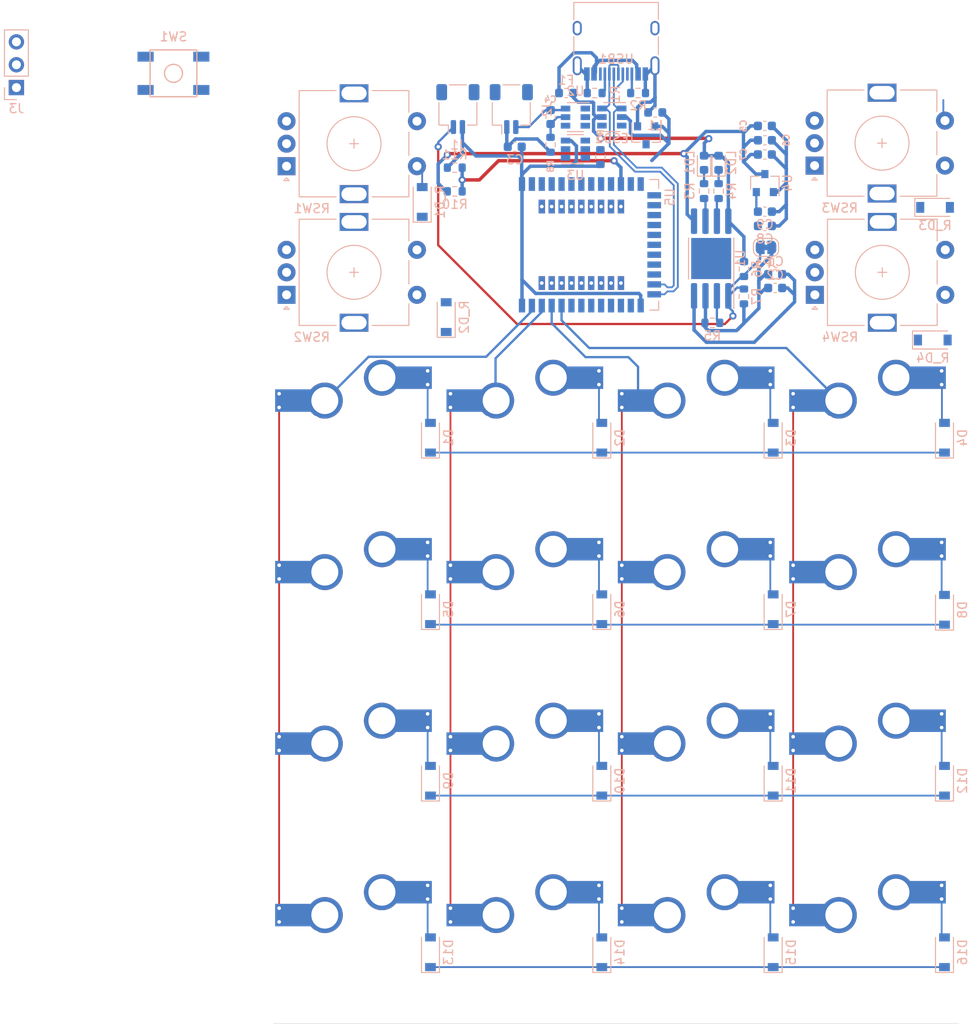
<source format=kicad_pcb>
(kicad_pcb (version 20171130) (host pcbnew "(5.1.10-1-10_14)")
  (layers (0 F.Cu signal) (31 B.Cu signal) (34 B.Paste user) (35 F.Paste user) (36 B.SilkS user) (37 F.SilkS user) (38 B.Mask user) (39 F.Mask user) (44 Edge.Cuts user))
  (net 0 "")
  (net 1 +3V3)
  (net 2 VBAT)
  (net 3 "Net-(C4-Pad2)")
  (net 4 "Net-(C4-Pad1)")
  (net 5 "Net-(C9-Pad1)")
  (net 6 ROW1)
  (net 7 "Net-(D1-Pad2)")
  (net 8 "Net-(D2-Pad2)")
  (net 9 "Net-(D3-Pad2)")
  (net 10 "Net-(D4-Pad2)")
  (net 11 ROW2)
  (net 12 "Net-(D5-Pad2)")
  (net 13 "Net-(D6-Pad2)")
  (net 14 "Net-(D7-Pad2)")
  (net 15 "Net-(D8-Pad2)")
  (net 16 ROW3)
  (net 17 "Net-(D9-Pad2)")
  (net 18 "Net-(D10-Pad2)")
  (net 19 "Net-(D11-Pad2)")
  (net 20 "Net-(D12-Pad2)")
  (net 21 ROW4)
  (net 22 "Net-(D13-Pad2)")
  (net 23 "Net-(D14-Pad2)")
  (net 24 "Net-(D15-Pad2)")
  (net 25 "Net-(D16-Pad2)")
  (net 26 D-)
  (net 27 "Net-(ESD1-Pad4)")
  (net 28 "Net-(ESD1-Pad3)")
  (net 29 D+)
  (net 30 "Net-(J1-Pad1)")
  (net 31 "Net-(J3-Pad3)")
  (net 32 "Net-(J3-Pad2)")
  (net 33 "Net-(LD1-Pad1)")
  (net 34 "Net-(LD2-Pad1)")
  (net 35 COL0)
  (net 36 COL1)
  (net 37 COL2)
  (net 38 COL3)
  (net 39 "Net-(R1-Pad2)")
  (net 40 "Net-(R2-Pad2)")
  (net 41 "Net-(R3-Pad1)")
  (net 42 "Net-(R4-Pad1)")
  (net 43 "Net-(R5-Pad2)")
  (net 44 "Net-(R9-Pad2)")
  (net 45 VSENSE)
  (net 46 ROW0)
  (net 47 "Net-(RSW1-PadS2)")
  (net 48 "Net-(RSW2-PadS2)")
  (net 49 "Net-(RSW3-PadS2)")
  (net 50 "Net-(RSW4-PadS2)")
  (net 51 EncA1)
  (net 52 EncB1)
  (net 53 EncA2)
  (net 54 EncB2)
  (net 55 EncA3)
  (net 56 EncB3)
  (net 57 EncA4)
  (net 58 EncB4)
  (net 59 "Net-(SW1-Pad1)")
  (net 60 "Net-(U2-Pad4)")
  (net 61 "Net-(U2-Pad3)")
  (net 62 "Net-(U2-Pad1)")
  (net 63 "Net-(U3-Pad5)")
  (net 64 "Net-(U3-Pad2)")
  (net 65 "Net-(U5-Pad55)")
  (net 66 "Net-(U5-Pad54)")
  (net 67 "Net-(U5-Pad53)")
  (net 68 "Net-(U5-Pad52)")
  (net 69 "Net-(U5-Pad51)")
  (net 70 "Net-(U5-Pad50)")
  (net 71 "Net-(U5-Pad49)")
  (net 72 "Net-(U5-Pad48)")
  (net 73 "Net-(U5-Pad47)")
  (net 74 "Net-(U5-Pad46)")
  (net 75 "Net-(U5-Pad45)")
  (net 76 "Net-(U5-Pad44)")
  (net 77 "Net-(U5-Pad43)")
  (net 78 "Net-(U5-Pad42)")
  (net 79 "Net-(U5-Pad41)")
  (net 80 "Net-(U5-Pad40)")
  (net 81 "Net-(U5-Pad39)")
  (net 82 "Net-(U5-Pad38)")
  (net 83 "Net-(U5-Pad20)")
  (net 84 "Net-(U5-Pad19)")
  (net 85 "Net-(U5-Pad18)")
  (net 86 "Net-(U5-Pad17)")
  (net 87 "Net-(U5-Pad16)")
  (net 88 "Net-(U5-Pad15)")
  (net 89 "Net-(U5-Pad13)")
  (net 90 "Net-(U5-Pad12)")
  (net 91 "Net-(U5-Pad10)")
  (net 92 "Net-(USB1-PadB8)")
  (net 93 "Net-(USB1-PadA8)")
  (net 94 GND)
  (net 95 GNDPWR)
  (net 96 +5V)
  (net 97 VBUS)
  (module Connector_JST:JST_SH_SM02B-SRSS-TB_1x02-1MP_P1.00mm_Horizontal (layer B.Cu) (at 117.729 82.55)
    (fp_text reference J2 (at 3.96875 0 270) (layer B.SilkS) (effects (justify mirror)))
    (fp_text value BATTERY)
    (pad MP smd roundrect (at 1.8 -1.875) (size 1.2 1.8) (layers B.Cu B.Paste B.Mask) (roundrect_rratio 0.208333))
    (pad MP smd roundrect (at -1.8 -1.875) (size 1.2 1.8) (layers B.Cu B.Paste B.Mask) (roundrect_rratio 0.208333))
    (pad 2 smd roundrect (at 0.5 2) (size 0.6 1.55) (layers B.Cu B.Paste B.Mask) (net 3 "Net-(C4-Pad2)"))
    (pad 1 smd roundrect (at -0.5 2) (size 0.6 1.55) (layers B.Cu B.Paste B.Mask) (net 2 VBAT))
  )
  (module Connector_JST:JST_SH_SM02B-SRSS-TB_1x02-1MP_P1.00mm_Horizontal (layer B.Cu) (at 111.79175 82.55)
    (fp_text reference J1 (at 0 3.98 180) (layer B.SilkS) (effects (justify mirror)))
    (fp_text value THERM)
    (pad MP smd roundrect (at 1.8 -1.875) (size 1.2 1.8) (layers B.Cu B.Paste B.Mask) (roundrect_rratio 0.208333))
    (pad MP smd roundrect (at -1.8 -1.875) (size 1.2 1.8) (layers B.Cu B.Paste B.Mask) (roundrect_rratio 0.208333))
    (pad 2 smd roundrect (at 0.5 2) (size 0.6 1.55) (layers B.Cu B.Paste B.Mask) (net 94 GND))
    (pad 1 smd roundrect (at -0.5 2) (size 0.6 1.55) (layers B.Cu B.Paste B.Mask) (net 30 "Net-(J1-Pad1)"))
  )
  (module Connector_USB:USB_C_Receptacle_HRO_TYPE-C-31-M-12 (layer B.Cu) (at 129.38125 74.6125)
    (fp_text reference USB1 (at 0 2.38125) (layer B.SilkS) (effects (justify mirror)))
    (fp_text value HRO-TYPE-C-31-M-12)
    (pad B1 smd rect (at 3.25 4.045) (size 0.6 1.45) (layers B.Cu B.Paste B.Mask) (net 95 GNDPWR))
    (pad A9 smd rect (at 2.45 4.045) (size 0.6 1.45) (layers B.Cu B.Paste B.Mask) (net 97 VBUS))
    (pad B9 smd rect (at -2.45 4.045) (size 0.6 1.45) (layers B.Cu B.Paste B.Mask) (net 97 VBUS))
    (pad B12 smd rect (at -3.25 4.045) (size 0.6 1.45) (layers B.Cu B.Paste B.Mask) (net 95 GNDPWR))
    (pad A1 smd rect (at -3.25 4.045) (size 0.6 1.45) (layers B.Cu B.Paste B.Mask) (net 95 GNDPWR))
    (pad A4 smd rect (at -2.45 4.045) (size 0.6 1.45) (layers B.Cu B.Paste B.Mask) (net 97 VBUS))
    (pad B4 smd rect (at 2.45 4.045) (size 0.6 1.45) (layers B.Cu B.Paste B.Mask) (net 97 VBUS))
    (pad A12 smd rect (at 3.25 4.045) (size 0.6 1.45) (layers B.Cu B.Paste B.Mask) (net 95 GNDPWR))
    (pad B8 smd rect (at -1.75 4.045) (size 0.3 1.45) (layers B.Cu B.Paste B.Mask) (net 92 "Net-(USB1-PadB8)"))
    (pad A5 smd rect (at -1.25 4.045) (size 0.3 1.45) (layers B.Cu B.Paste B.Mask) (net 39 "Net-(R1-Pad2)"))
    (pad B7 smd rect (at -0.75 4.045) (size 0.3 1.45) (layers B.Cu B.Paste B.Mask) (net 26 D-))
    (pad A7 smd rect (at 0.25 4.045) (size 0.3 1.45) (layers B.Cu B.Paste B.Mask) (net 26 D-))
    (pad B6 smd rect (at 0.75 4.045) (size 0.3 1.45) (layers B.Cu B.Paste B.Mask) (net 29 D+))
    (pad A8 smd rect (at 1.25 4.045) (size 0.3 1.45) (layers B.Cu B.Paste B.Mask) (net 93 "Net-(USB1-PadA8)"))
    (pad B5 smd rect (at 1.75 4.045) (size 0.3 1.45) (layers B.Cu B.Paste B.Mask) (net 40 "Net-(R2-Pad2)"))
    (pad A6 smd rect (at -0.25 4.045) (size 0.3 1.45) (layers B.Cu B.Paste B.Mask) (net 29 D+))
    (pad S1 thru_hole oval (at 4.32 3.13) (size 1 2.1) (drill oval 0.6 1.7) (layers *.Cu *.Mask) (net 95 GNDPWR))
    (pad S1 thru_hole oval (at -4.32 3.13) (size 1 2.1) (drill oval 0.6 1.7) (layers *.Cu *.Mask) (net 95 GNDPWR))
    (pad "" np_thru_hole circle (at -2.89 2.6) (size 0.65 0.65) (drill 0.65) (layers *.Cu *.Mask))
    (pad S1 thru_hole oval (at -4.32 -1.05) (size 1 1.6) (drill oval 0.6 1.2) (layers *.Cu *.Mask) (net 95 GNDPWR))
    (pad "" np_thru_hole circle (at 2.89 2.6) (size 0.65 0.65) (drill 0.65) (layers *.Cu *.Mask))
    (pad S1 thru_hole oval (at 4.32 -1.05) (size 1 1.6) (drill oval 0.6 1.2) (layers *.Cu *.Mask) (net 95 GNDPWR))
  )
  (module kicad-keyboard-parts:SOT-23_stealth (layer B.Cu) (at 132.715 85.471 270)
    (fp_text reference BD1 hide)
    (fp_text value BSD3C051V)
    (pad 3 smd rect (at 1 0 270) (size 0.9 0.8) (layers B.Cu B.Paste B.Mask))
    (pad 2 smd rect (at -1 -0.95 270) (size 0.9 0.8) (layers B.Cu B.Paste B.Mask) (net 94 GND))
    (pad 1 smd rect (at -1 0.95 270) (size 0.9 0.8) (layers B.Cu B.Paste B.Mask) (net 95 GNDPWR))
  )
  (module LED_SMD:LED_0603_1608Metric (layer B.Cu) (at 140.7795 88.519 90)
    (fp_text reference LD2 (at 0 1.43 90) (layer B.SilkS) (effects (justify mirror)))
    (fp_text value GREEN)
    (pad 2 smd roundrect (at 0.7875 0 90) (size 0.875 0.95) (layers B.Cu B.Paste B.Mask) (net 96 +5V))
    (pad 1 smd roundrect (at -0.7875 0 90) (size 0.875 0.95) (layers B.Cu B.Paste B.Mask) (net 34 "Net-(LD2-Pad1)"))
  )
  (module LED_SMD:LED_0603_1608Metric (layer B.Cu) (at 139.16025 88.519 90)
    (fp_text reference LD1 (at 0 -1.5875 90) (layer B.SilkS) (effects (justify mirror)))
    (fp_text value BLUE)
    (pad 2 smd roundrect (at 0.7875 0 90) (size 0.875 0.95) (layers B.Cu B.Paste B.Mask) (net 96 +5V))
    (pad 1 smd roundrect (at -0.7875 0 90) (size 0.875 0.95) (layers B.Cu B.Paste B.Mask) (net 33 "Net-(LD1-Pad1)"))
  )
  (module kicad-keyboard-parts:nRF52840_holyiot_18010 (layer B.Cu) (at 124.61875 97.63125 270)
    (fp_text reference U5 (at -5.3 -10.75 90) (layer B.SilkS) (effects (justify mirror)))
    (fp_text value nRF52840_holyiot_18010)
    (pad 55 thru_hole rect (at 4.25 -5.3 90) (size 1.524 0.7) (drill 0.4) (layers *.Cu *.Mask) (net 65 "Net-(U5-Pad55)"))
    (pad 54 thru_hole rect (at 4.25 -4.2 90) (size 1.524 0.7) (drill 0.4) (layers *.Cu *.Mask) (net 66 "Net-(U5-Pad54)"))
    (pad 53 thru_hole rect (at 4.25 -3.1 90) (size 1.524 0.7) (drill 0.4) (layers *.Cu *.Mask) (net 67 "Net-(U5-Pad53)"))
    (pad 52 thru_hole rect (at 4.25 -2 90) (size 1.524 0.7) (drill 0.4) (layers *.Cu *.Mask) (net 68 "Net-(U5-Pad52)"))
    (pad 51 thru_hole rect (at 4.25 -0.9 90) (size 1.524 0.7) (drill 0.4) (layers *.Cu *.Mask) (net 69 "Net-(U5-Pad51)"))
    (pad 50 thru_hole rect (at 4.25 0.2 90) (size 1.524 0.7) (drill 0.4) (layers *.Cu *.Mask) (net 70 "Net-(U5-Pad50)"))
    (pad 49 thru_hole rect (at 4.25 1.3 90) (size 1.524 0.7) (drill 0.4) (layers *.Cu *.Mask) (net 71 "Net-(U5-Pad49)"))
    (pad 48 thru_hole rect (at 4.25 2.4 90) (size 1.524 0.7) (drill 0.4) (layers *.Cu *.Mask) (net 72 "Net-(U5-Pad48)"))
    (pad 47 thru_hole rect (at 4.25 3.5 90) (size 1.524 0.7) (drill 0.4) (layers *.Cu *.Mask) (net 73 "Net-(U5-Pad47)"))
    (pad 46 thru_hole rect (at -4.25 -5.3 90) (size 1.524 0.7) (drill 0.4) (layers *.Cu *.Mask) (net 74 "Net-(U5-Pad46)"))
    (pad 45 thru_hole rect (at -4.25 -4.2 90) (size 1.524 0.7) (drill 0.4) (layers *.Cu *.Mask) (net 75 "Net-(U5-Pad45)"))
    (pad 44 thru_hole rect (at -4.25 -3.1 90) (size 1.524 0.7) (drill 0.4) (layers *.Cu *.Mask) (net 76 "Net-(U5-Pad44)"))
    (pad 43 thru_hole rect (at -4.25 -2 90) (size 1.524 0.7) (drill 0.4) (layers *.Cu *.Mask) (net 77 "Net-(U5-Pad43)"))
    (pad 42 thru_hole rect (at -4.25 -0.9 90) (size 1.524 0.7) (drill 0.4) (layers *.Cu *.Mask) (net 78 "Net-(U5-Pad42)"))
    (pad 41 thru_hole rect (at -4.25 0.2 90) (size 1.524 0.7) (drill 0.4) (layers *.Cu *.Mask) (net 79 "Net-(U5-Pad41)"))
    (pad 40 thru_hole rect (at -4.25 1.3 90) (size 1.524 0.7) (drill 0.4) (layers *.Cu *.Mask) (net 80 "Net-(U5-Pad40)"))
    (pad 39 thru_hole rect (at -4.25 2.4 90) (size 1.524 0.7) (drill 0.4) (layers *.Cu *.Mask) (net 81 "Net-(U5-Pad39)"))
    (pad 38 thru_hole rect (at -4.25 3.5 90) (size 1.524 0.7) (drill 0.4) (layers *.Cu *.Mask) (net 82 "Net-(U5-Pad38)"))
    (pad 37 smd rect (at 6.75 5.7 90) (size 1.524 0.7) (layers B.Cu B.Paste B.Mask) (net 94 GND))
    (pad 36 smd rect (at 6.75 4.6 90) (size 1.524 0.7) (layers B.Cu B.Paste B.Mask) (net 35 COL0))
    (pad 35 smd rect (at 6.75 3.5 90) (size 1.524 0.7) (layers B.Cu B.Paste B.Mask) (net 36 COL1))
    (pad 34 smd rect (at 6.75 2.4 90) (size 1.524 0.7) (layers B.Cu B.Paste B.Mask) (net 37 COL2))
    (pad 33 smd rect (at 6.75 1.3 90) (size 1.524 0.7) (layers B.Cu B.Paste B.Mask) (net 38 COL3))
    (pad 32 smd rect (at 6.75 0.2 90) (size 1.524 0.7) (layers B.Cu B.Paste B.Mask) (net 31 "Net-(J3-Pad3)"))
    (pad 31 smd rect (at 6.75 -0.9 90) (size 1.524 0.7) (layers B.Cu B.Paste B.Mask) (net 32 "Net-(J3-Pad2)"))
    (pad 30 smd rect (at 6.75 -2 90) (size 1.524 0.7) (layers B.Cu B.Paste B.Mask) (net 46 ROW0))
    (pad 29 smd rect (at 6.75 -3.1 90) (size 1.524 0.7) (layers B.Cu B.Paste B.Mask) (net 6 ROW1))
    (pad 28 smd rect (at 6.75 -4.2 90) (size 1.524 0.7) (layers B.Cu B.Paste B.Mask) (net 11 ROW2))
    (pad 27 smd rect (at 6.75 -5.3 90) (size 1.524 0.7) (layers B.Cu B.Paste B.Mask) (net 16 ROW3))
    (pad 26 smd rect (at 6.75 -6.4 90) (size 1.524 0.7) (layers B.Cu B.Paste B.Mask) (net 21 ROW4))
    (pad 25 smd rect (at 6.75 -7.5 90) (size 1.524 0.7) (layers B.Cu B.Paste B.Mask) (net 94 GND))
    (pad 24 smd rect (at 5.5 -9 180) (size 1.524 0.7) (layers B.Cu B.Paste B.Mask) (net 29 D+))
    (pad 23 smd rect (at 4.4 -9 180) (size 1.524 0.7) (layers B.Cu B.Paste B.Mask) (net 26 D-))
    (pad 22 smd rect (at 3.3 -9 180) (size 1.524 0.7) (layers B.Cu B.Paste B.Mask) (net 96 +5V))
    (pad 21 smd rect (at 2.2 -9 180) (size 1.524 0.7) (layers B.Cu B.Paste B.Mask) (net 59 "Net-(SW1-Pad1)"))
    (pad 20 smd rect (at 1.1 -9 180) (size 1.524 0.7) (layers B.Cu B.Paste B.Mask) (net 83 "Net-(U5-Pad20)"))
    (pad 19 smd rect (at 0 -9 180) (size 1.524 0.7) (layers B.Cu B.Paste B.Mask) (net 84 "Net-(U5-Pad19)"))
    (pad 18 smd rect (at -1.1 -9 180) (size 1.524 0.7) (layers B.Cu B.Paste B.Mask) (net 85 "Net-(U5-Pad18)"))
    (pad 17 smd rect (at -2.2 -9 180) (size 1.524 0.7) (layers B.Cu B.Paste B.Mask) (net 86 "Net-(U5-Pad17)"))
    (pad 16 smd rect (at -3.3 -9 180) (size 1.524 0.7) (layers B.Cu B.Paste B.Mask) (net 87 "Net-(U5-Pad16)"))
    (pad 15 smd rect (at -4.4 -9 180) (size 1.524 0.7) (layers B.Cu B.Paste B.Mask) (net 88 "Net-(U5-Pad15)"))
    (pad 14 smd rect (at -5.5 -9 180) (size 1.524 0.7) (layers B.Cu B.Paste B.Mask) (net 1 +3V3))
    (pad 13 smd rect (at -6.75 -7.5 270) (size 1.524 0.7) (layers B.Cu B.Paste B.Mask) (net 89 "Net-(U5-Pad13)"))
    (pad 12 smd rect (at -6.75 -6.4 270) (size 1.524 0.7) (layers B.Cu B.Paste B.Mask) (net 90 "Net-(U5-Pad12)"))
    (pad 11 smd rect (at -6.75 -5.3 270) (size 1.524 0.7) (layers B.Cu B.Paste B.Mask) (net 45 VSENSE))
    (pad 10 smd rect (at -6.75 -4.2 270) (size 1.524 0.7) (layers B.Cu B.Paste B.Mask) (net 91 "Net-(U5-Pad10)"))
    (pad 9 smd rect (at -6.75 -3.1 270) (size 1.524 0.7) (layers B.Cu B.Paste B.Mask) (net 58 EncB4))
    (pad 8 smd rect (at -6.75 -2 270) (size 1.524 0.7) (layers B.Cu B.Paste B.Mask) (net 57 EncA4))
    (pad 7 smd rect (at -6.75 -0.9 270) (size 1.524 0.7) (layers B.Cu B.Paste B.Mask) (net 56 EncB3))
    (pad 6 smd rect (at -6.75 0.2 270) (size 1.524 0.7) (layers B.Cu B.Paste B.Mask) (net 55 EncA3))
    (pad 5 smd rect (at -6.75 1.3 270) (size 1.524 0.7) (layers B.Cu B.Paste B.Mask) (net 54 EncB2))
    (pad 4 smd rect (at -6.75 2.4 270) (size 1.524 0.7) (layers B.Cu B.Paste B.Mask) (net 53 EncA2))
    (pad 3 smd rect (at -6.75 3.5 270) (size 1.524 0.7) (layers B.Cu B.Paste B.Mask) (net 52 EncB1))
    (pad 2 smd rect (at -6.75 4.6 270) (size 1.524 0.7) (layers B.Cu B.Paste B.Mask) (net 51 EncA1))
    (pad 1 smd rect (at -6.75 5.7 270) (size 1.524 0.7) (layers B.Cu B.Paste B.Mask) (net 94 GND))
  )
  (module Package_TO_SOT_SMD:SOT-23 (layer B.Cu) (at 145.923 90.77325 90)
    (fp_text reference U4 (at 0 2.5 90) (layer B.SilkS) (effects (justify mirror)))
    (fp_text value XC6206P332MR)
    (pad 3 smd rect (at 1 0 90) (size 0.9 0.8) (layers B.Cu B.Paste B.Mask) (net 2 VBAT))
    (pad 2 smd rect (at -1 -0.95 90) (size 0.9 0.8) (layers B.Cu B.Paste B.Mask) (net 5 "Net-(C9-Pad1)"))
    (pad 1 smd rect (at -1 0.95 90) (size 0.9 0.8) (layers B.Cu B.Paste B.Mask) (net 94 GND))
  )
  (module Package_TO_SOT_SMD:SOT-23-6 (layer B.Cu) (at 124.858981 87.003159)
    (fp_text reference U3 (at 0 2.9) (layer B.SilkS) (effects (justify mirror)))
    (fp_text value FS8205)
    (pad 5 smd rect (at 1.1 0) (size 1.06 0.65) (layers B.Cu B.Paste B.Mask) (net 63 "Net-(U3-Pad5)"))
    (pad 6 smd rect (at 1.1 0.95) (size 1.06 0.65) (layers B.Cu B.Paste B.Mask) (net 62 "Net-(U2-Pad1)"))
    (pad 4 smd rect (at 1.1 -0.95) (size 1.06 0.65) (layers B.Cu B.Paste B.Mask) (net 61 "Net-(U2-Pad3)"))
    (pad 3 smd rect (at -1.1 -0.95) (size 1.06 0.65) (layers B.Cu B.Paste B.Mask) (net 94 GND))
    (pad 2 smd rect (at -1.1 0) (size 1.06 0.65) (layers B.Cu B.Paste B.Mask) (net 64 "Net-(U3-Pad2)"))
    (pad 1 smd rect (at -1.1 0.95) (size 1.06 0.65) (layers B.Cu B.Paste B.Mask) (net 3 "Net-(C4-Pad2)"))
  )
  (module Package_TO_SOT_SMD:SOT-23-6 (layer B.Cu) (at 124.858981 83.447159 180)
    (fp_text reference U2 (at 0 2.9) (layer B.SilkS) (effects (justify mirror)))
    (fp_text value DW01A)
    (pad 5 smd rect (at 1.1 0 180) (size 1.06 0.65) (layers B.Cu B.Paste B.Mask) (net 4 "Net-(C4-Pad1)"))
    (pad 6 smd rect (at 1.1 0.95 180) (size 1.06 0.65) (layers B.Cu B.Paste B.Mask) (net 3 "Net-(C4-Pad2)"))
    (pad 4 smd rect (at 1.1 -0.95 180) (size 1.06 0.65) (layers B.Cu B.Paste B.Mask) (net 60 "Net-(U2-Pad4)"))
    (pad 3 smd rect (at -1.1 -0.95 180) (size 1.06 0.65) (layers B.Cu B.Paste B.Mask) (net 61 "Net-(U2-Pad3)"))
    (pad 2 smd rect (at -1.1 0 180) (size 1.06 0.65) (layers B.Cu B.Paste B.Mask) (net 44 "Net-(R9-Pad2)"))
    (pad 1 smd rect (at -1.1 0.95 180) (size 1.06 0.65) (layers B.Cu B.Paste B.Mask) (net 62 "Net-(U2-Pad1)"))
  )
  (module Package_SO:SOP-8-1EP_4.57x4.57mm_P1.27mm_EP4.57x4.45mm (layer B.Cu) (at 139.954 99.15525 90)
    (fp_text reference U1 (at 0 3.24 90) (layer B.SilkS) (effects (justify mirror)))
    (fp_text value TP4056)
    (pad 9 smd rect (at 0 0 90) (size 4.57 4.45) (layers B.Cu B.Mask))
    (pad 8 smd roundrect (at 4.15 1.905 90) (size 2.85 0.7) (layers B.Cu B.Paste B.Mask) (net 96 +5V))
    (pad 7 smd roundrect (at 4.15 0.635 90) (size 2.85 0.7) (layers B.Cu B.Paste B.Mask) (net 42 "Net-(R4-Pad1)"))
    (pad 6 smd roundrect (at 4.15 -0.635 90) (size 2.85 0.7) (layers B.Cu B.Paste B.Mask) (net 41 "Net-(R3-Pad1)"))
    (pad 5 smd roundrect (at 4.15 -1.905 90) (size 2.85 0.7) (layers B.Cu B.Paste B.Mask) (net 2 VBAT))
    (pad 4 smd roundrect (at -4.15 -1.905 90) (size 2.85 0.7) (layers B.Cu B.Paste B.Mask) (net 96 +5V))
    (pad 3 smd roundrect (at -4.15 -0.635 90) (size 2.85 0.7) (layers B.Cu B.Paste B.Mask) (net 94 GND))
    (pad 2 smd roundrect (at -4.15 0.635 90) (size 2.85 0.7) (layers B.Cu B.Paste B.Mask) (net 43 "Net-(R5-Pad2)"))
    (pad 1 smd roundrect (at -4.15 1.905 90) (size 2.85 0.7) (layers B.Cu B.Paste B.Mask) (net 30 "Net-(J1-Pad1)"))
  )
  (module random-keyboard-parts:SKQG-1155865 (layer B.Cu) (at 80.16875 78.58125)
    (fp_text reference SW1 (at 0 -4.064) (layer B.SilkS) (effects (justify mirror)))
    (fp_text value RESET)
    (pad 4 smd rect (at -3.1 -1.85) (size 1.8 1.1) (layers B.Cu B.Paste B.Mask))
    (pad 3 smd rect (at 3.1 1.85) (size 1.8 1.1) (layers B.Cu B.Paste B.Mask))
    (pad 2 smd rect (at -3.1 1.85) (size 1.8 1.1) (layers B.Cu B.Paste B.Mask) (net 94 GND))
    (pad 1 smd rect (at 3.1 -1.85) (size 1.8 1.1) (layers B.Cu B.Paste B.Mask) (net 59 "Net-(SW1-Pad1)"))
  )
  (module Rotary_Encoder:RotaryEncoder_Alps_EC11E-Switch_Vertical_H20mm (layer B.Cu) (at 151.47925 103.1875)
    (fp_text reference RSW4 (at 2.8 4.7) (layer B.SilkS) (effects (justify mirror)))
    (fp_text value EC11E)
    (pad A thru_hole rect (at 0 0) (size 2 2) (drill 1) (layers *.Cu *.Mask) (net 57 EncA4))
    (pad C thru_hole circle (at 0 -2.5) (size 2 2) (drill 1) (layers *.Cu *.Mask) (net 94 GND))
    (pad B thru_hole circle (at 0 -5) (size 2 2) (drill 1) (layers *.Cu *.Mask) (net 58 EncB4))
    (pad MP thru_hole rect (at 7.5 3.1) (size 3.2 2) (drill oval 2.8 1.5) (layers *.Cu *.Mask))
    (pad MP thru_hole rect (at 7.5 -8.1) (size 3.2 2) (drill oval 2.8 1.5) (layers *.Cu *.Mask))
    (pad S2 thru_hole circle (at 14.5 0) (size 2 2) (drill 1) (layers *.Cu *.Mask) (net 50 "Net-(RSW4-PadS2)"))
    (pad S1 thru_hole circle (at 14.5 -5) (size 2 2) (drill 1) (layers *.Cu *.Mask) (net 38 COL3))
  )
  (module Rotary_Encoder:RotaryEncoder_Alps_EC11E-Switch_Vertical_H20mm (layer B.Cu) (at 151.4475 88.8365)
    (fp_text reference RSW3 (at 2.8 4.7) (layer B.SilkS) (effects (justify mirror)))
    (fp_text value EC11E)
    (pad A thru_hole rect (at 0 0) (size 2 2) (drill 1) (layers *.Cu *.Mask) (net 55 EncA3))
    (pad C thru_hole circle (at 0 -2.5) (size 2 2) (drill 1) (layers *.Cu *.Mask) (net 94 GND))
    (pad B thru_hole circle (at 0 -5) (size 2 2) (drill 1) (layers *.Cu *.Mask) (net 56 EncB3))
    (pad MP thru_hole rect (at 7.5 3.1) (size 3.2 2) (drill oval 2.8 1.5) (layers *.Cu *.Mask))
    (pad MP thru_hole rect (at 7.5 -8.1) (size 3.2 2) (drill oval 2.8 1.5) (layers *.Cu *.Mask))
    (pad S2 thru_hole circle (at 14.5 0) (size 2 2) (drill 1) (layers *.Cu *.Mask) (net 49 "Net-(RSW3-PadS2)"))
    (pad S1 thru_hole circle (at 14.5 -5) (size 2 2) (drill 1) (layers *.Cu *.Mask) (net 37 COL2))
  )
  (module Rotary_Encoder:RotaryEncoder_Alps_EC11E-Switch_Vertical_H20mm (layer B.Cu) (at 92.74175 103.1875)
    (fp_text reference RSW2 (at 2.8 4.7) (layer B.SilkS) (effects (justify mirror)))
    (fp_text value EC11E)
    (pad A thru_hole rect (at 0 0) (size 2 2) (drill 1) (layers *.Cu *.Mask) (net 53 EncA2))
    (pad C thru_hole circle (at 0 -2.5) (size 2 2) (drill 1) (layers *.Cu *.Mask) (net 94 GND))
    (pad B thru_hole circle (at 0 -5) (size 2 2) (drill 1) (layers *.Cu *.Mask) (net 54 EncB2))
    (pad MP thru_hole rect (at 7.5 3.1) (size 3.2 2) (drill oval 2.8 1.5) (layers *.Cu *.Mask))
    (pad MP thru_hole rect (at 7.5 -8.1) (size 3.2 2) (drill oval 2.8 1.5) (layers *.Cu *.Mask))
    (pad S2 thru_hole circle (at 14.5 0) (size 2 2) (drill 1) (layers *.Cu *.Mask) (net 48 "Net-(RSW2-PadS2)"))
    (pad S1 thru_hole circle (at 14.5 -5) (size 2 2) (drill 1) (layers *.Cu *.Mask) (net 36 COL1))
  )
  (module Rotary_Encoder:RotaryEncoder_Alps_EC11E-Switch_Vertical_H20mm (layer B.Cu) (at 92.74175 88.9)
    (fp_text reference RSW1 (at 2.8 4.7) (layer B.SilkS) (effects (justify mirror)))
    (fp_text value EC11E)
    (pad A thru_hole rect (at 0 0) (size 2 2) (drill 1) (layers *.Cu *.Mask) (net 51 EncA1))
    (pad C thru_hole circle (at 0 -2.5) (size 2 2) (drill 1) (layers *.Cu *.Mask) (net 94 GND))
    (pad B thru_hole circle (at 0 -5) (size 2 2) (drill 1) (layers *.Cu *.Mask) (net 52 EncB1))
    (pad MP thru_hole rect (at 7.5 3.1) (size 3.2 2) (drill oval 2.8 1.5) (layers *.Cu *.Mask))
    (pad MP thru_hole rect (at 7.5 -8.1) (size 3.2 2) (drill oval 2.8 1.5) (layers *.Cu *.Mask))
    (pad S2 thru_hole circle (at 14.5 0) (size 2 2) (drill 1) (layers *.Cu *.Mask) (net 47 "Net-(RSW1-PadS2)"))
    (pad S1 thru_hole circle (at 14.5 -5) (size 2 2) (drill 1) (layers *.Cu *.Mask) (net 35 COL0))
  )
  (module random-keyboard-parts:D_SOD-123-Pretty (layer B.Cu) (at 164.592 108.204)
    (fp_text reference R_D4 (at 0 2) (layer B.SilkS) (effects (justify mirror)))
    (fp_text value SM4007PL)
    (pad 1 smd rect (at -1.65 0) (size 0.9 1.2) (layers B.Cu B.Paste B.Mask) (net 46 ROW0))
    (pad 2 smd rect (at 1.65 0) (size 0.9 1.2) (layers B.Cu B.Paste B.Mask) (net 50 "Net-(RSW4-PadS2)"))
  )
  (module random-keyboard-parts:D_SOD-123-Pretty (layer B.Cu) (at 164.845 93.472)
    (fp_text reference R_D3 (at 0 2) (layer B.SilkS) (effects (justify mirror)))
    (fp_text value SM4007PL)
    (pad 1 smd rect (at -1.65 0) (size 0.9 1.2) (layers B.Cu B.Paste B.Mask) (net 46 ROW0))
    (pad 2 smd rect (at 1.65 0) (size 0.9 1.2) (layers B.Cu B.Paste B.Mask) (net 49 "Net-(RSW3-PadS2)"))
  )
  (module random-keyboard-parts:D_SOD-123-Pretty (layer B.Cu) (at 110.49 105.664 90)
    (fp_text reference R_D2 (at 0 2 90) (layer B.SilkS) (effects (justify mirror)))
    (fp_text value SM4007PL)
    (pad 1 smd rect (at -1.65 0 90) (size 0.9 1.2) (layers B.Cu B.Paste B.Mask) (net 46 ROW0))
    (pad 2 smd rect (at 1.65 0 90) (size 0.9 1.2) (layers B.Cu B.Paste B.Mask) (net 48 "Net-(RSW2-PadS2)"))
  )
  (module random-keyboard-parts:D_SOD-123-Pretty (layer B.Cu) (at 107.823 92.86875 90)
    (fp_text reference R_D1 (at 0 2 90) (layer B.SilkS) (effects (justify mirror)))
    (fp_text value SM4007PL)
    (pad 1 smd rect (at -1.65 0 90) (size 0.9 1.2) (layers B.Cu B.Paste B.Mask) (net 46 ROW0))
    (pad 2 smd rect (at 1.65 0 90) (size 0.9 1.2) (layers B.Cu B.Paste B.Mask) (net 47 "Net-(RSW1-PadS2)"))
  )
  (module Resistor_SMD:R_0603_1608Metric (layer B.Cu) (at 111.4425 89.05875 180)
    (fp_text reference R11 (at 0 1.43) (layer B.SilkS) (effects (justify mirror)))
    (fp_text value 2M)
    (pad 2 smd roundrect (at 0.825 0 180) (size 0.8 0.95) (layers B.Cu B.Paste B.Mask) (net 94 GND))
    (pad 1 smd roundrect (at -0.825 0 180) (size 0.8 0.95) (layers B.Cu B.Paste B.Mask) (net 45 VSENSE))
  )
  (module Resistor_SMD:R_0603_1608Metric (layer B.Cu) (at 111.4425 91.694)
    (fp_text reference R10 (at 0 1.43) (layer B.SilkS) (effects (justify mirror)))
    (fp_text value 806k)
    (pad 2 smd roundrect (at 0.825 0) (size 0.8 0.95) (layers B.Cu B.Paste B.Mask) (net 45 VSENSE))
    (pad 1 smd roundrect (at -0.825 0) (size 0.8 0.95) (layers B.Cu B.Paste B.Mask) (net 2 VBAT))
  )
  (module Resistor_SMD:R_0603_1608Metric (layer B.Cu) (at 127.635 87.884 90)
    (fp_text reference R9 (at 2.38125 0 90) (layer B.SilkS) (effects (font (size 0.7 0.7)) (justify mirror)))
    (fp_text value 1k)
    (pad 1 smd roundrect (at -0.825 0 90) (size 0.8 0.95) (layers B.Cu B.Paste B.Mask) (net 94 GND))
    (pad 2 smd roundrect (at 0.825 0 90) (size 0.8 0.95) (layers B.Cu B.Paste B.Mask) (net 44 "Net-(R9-Pad2)"))
  )
  (module Resistor_SMD:R_0603_1608Metric (layer B.Cu) (at 122.092129 86.520738 270)
    (fp_text reference R8 (at 2.38125 0 270) (layer B.SilkS) (effects (font (size 0.7 0.7)) (justify mirror)))
    (fp_text value 100)
    (pad 2 smd roundrect (at 0.825 0 270) (size 0.8 0.95) (layers B.Cu B.Paste B.Mask) (net 2 VBAT))
    (pad 1 smd roundrect (at -0.825 0 270) (size 0.8 0.95) (layers B.Cu B.Paste B.Mask) (net 4 "Net-(C4-Pad1)"))
  )
  (module Resistor_SMD:R_0603_1608Metric (layer B.Cu) (at 143.589958 103.362825 90)
    (fp_text reference R7 (at 0 1.43 90) (layer B.SilkS) (effects (justify mirror)))
    (fp_text value 22k)
    (pad 2 smd roundrect (at 0.825 0 90) (size 0.8 0.95) (layers B.Cu B.Paste B.Mask) (net 30 "Net-(J1-Pad1)"))
    (pad 1 smd roundrect (at -0.825 0 90) (size 0.8 0.95) (layers B.Cu B.Paste B.Mask) (net 94 GND))
  )
  (module Resistor_SMD:R_0603_1608Metric (layer B.Cu) (at 143.591968 100.3273 90)
    (fp_text reference R6 (at 0 1.43 90) (layer B.SilkS) (effects (justify mirror)))
    (fp_text value 3.3k)
    (pad 2 smd roundrect (at 0.825 0 90) (size 0.8 0.95) (layers B.Cu B.Paste B.Mask) (net 96 +5V))
    (pad 1 smd roundrect (at -0.825 0 90) (size 0.8 0.95) (layers B.Cu B.Paste B.Mask) (net 30 "Net-(J1-Pad1)"))
  )
  (module Resistor_SMD:R_0603_1608Metric (layer B.Cu) (at 140.081 106.299)
    (fp_text reference R5 (at 0 1.43) (layer B.SilkS) (effects (justify mirror)))
    (fp_text value 1.8k)
    (pad 2 smd roundrect (at 0.825 0) (size 0.8 0.95) (layers B.Cu B.Paste B.Mask) (net 43 "Net-(R5-Pad2)"))
    (pad 1 smd roundrect (at -0.825 0) (size 0.8 0.95) (layers B.Cu B.Paste B.Mask) (net 94 GND))
  )
  (module Resistor_SMD:R_0603_1608Metric (layer B.Cu) (at 140.7795 91.66225 90)
    (fp_text reference R4 (at 0 1.43 90) (layer B.SilkS) (effects (justify mirror)))
    (fp_text value 2.7k)
    (pad 2 smd roundrect (at 0.825 0 90) (size 0.8 0.95) (layers B.Cu B.Paste B.Mask) (net 34 "Net-(LD2-Pad1)"))
    (pad 1 smd roundrect (at -0.825 0 90) (size 0.8 0.95) (layers B.Cu B.Paste B.Mask) (net 42 "Net-(R4-Pad1)"))
  )
  (module Resistor_SMD:R_0603_1608Metric (layer B.Cu) (at 139.16025 91.66225 90)
    (fp_text reference R3 (at 0 -1.5875 90) (layer B.SilkS) (effects (justify mirror)))
    (fp_text value 2.7k)
    (pad 2 smd roundrect (at 0.825 0 90) (size 0.8 0.95) (layers B.Cu B.Paste B.Mask) (net 33 "Net-(LD1-Pad1)"))
    (pad 1 smd roundrect (at -0.825 0 90) (size 0.8 0.95) (layers B.Cu B.Paste B.Mask) (net 41 "Net-(R3-Pad1)"))
  )
  (module Resistor_SMD:R_0603_1608Metric (layer B.Cu) (at 131.826 80.772 180)
    (fp_text reference R2 (at 0 -1.397) (layer B.SilkS) (effects (justify mirror)))
    (fp_text value 5.1k)
    (pad 2 smd roundrect (at 0.825 0 180) (size 0.8 0.95) (layers B.Cu B.Paste B.Mask) (net 40 "Net-(R2-Pad2)"))
    (pad 1 smd roundrect (at -0.825 0 180) (size 0.8 0.95) (layers B.Cu B.Paste B.Mask) (net 95 GNDPWR))
  )
  (module Resistor_SMD:R_0603_1608Metric (layer B.Cu) (at 127 80.772)
    (fp_text reference R1 (at 2.286 0.127 270) (layer B.SilkS) (effects (justify mirror)))
    (fp_text value 5.1k)
    (pad 2 smd roundrect (at 0.825 0) (size 0.8 0.95) (layers B.Cu B.Paste B.Mask) (net 39 "Net-(R1-Pad2)"))
    (pad 1 smd roundrect (at -0.825 0) (size 0.8 0.95) (layers B.Cu B.Paste B.Mask) (net 95 GNDPWR))
  )
  (module MX_Only:MXOnly-1U-Hotswap-Antishear (layer F.Cu) (at 157.95625 174.625)
    (fp_text reference MX16)
    (fp_text value MX-NoLED)
    (pad 2 smd rect (at 5.842 -5.08) (size 4.5 2.5) (layers B.Cu) (net 25 "Net-(D16-Pad2)"))
    (pad 1 smd rect (at -7.085 -2.54) (size 4.5 2.5) (layers B.Cu) (net 38 COL3))
    (pad 2 thru_hole circle (at 7.62 -4.318) (size 0.8 0.8) (drill 0.4) (layers *.Cu) (net 25 "Net-(D16-Pad2)"))
    (pad 1 thru_hole circle (at -8.89 -1.778) (size 0.8 0.8) (drill 0.4) (layers *.Cu) (net 38 COL3))
    (pad 2 thru_hole circle (at 7.62 -5.842) (size 0.8 0.8) (drill 0.4) (layers *.Cu) (net 25 "Net-(D16-Pad2)"))
    (pad 1 thru_hole circle (at -8.89 -3.302) (size 0.8 0.8) (drill 0.4) (layers *.Cu) (net 38 COL3))
    (pad "" np_thru_hole circle (at 5.08 0 48.0996) (size 1.75 1.75) (drill 1.75) (layers *.Cu *.Mask))
    (pad "" np_thru_hole circle (at -5.08 0 48.0996) (size 1.75 1.75) (drill 1.75) (layers *.Cu *.Mask))
    (pad 1 thru_hole circle (at -3.81 -2.54) (size 4 4) (drill 3) (layers *.Cu) (net 38 COL3))
    (pad "" np_thru_hole circle (at 0 0) (size 3.9878 3.9878) (drill 3.9878) (layers *.Cu *.Mask))
    (pad 2 thru_hole circle (at 2.54 -5.08) (size 4 4) (drill 3) (layers *.Cu) (net 25 "Net-(D16-Pad2)"))
  )
  (module MX_Only:MXOnly-1U-Hotswap-Antishear (layer F.Cu) (at 138.90625 174.625)
    (fp_text reference MX15)
    (fp_text value MX-NoLED)
    (pad 2 smd rect (at 5.842 -5.08) (size 4.5 2.5) (layers B.Cu) (net 24 "Net-(D15-Pad2)"))
    (pad 1 smd rect (at -7.085 -2.54) (size 4.5 2.5) (layers B.Cu) (net 37 COL2))
    (pad 2 thru_hole circle (at 7.62 -4.318) (size 0.8 0.8) (drill 0.4) (layers *.Cu) (net 24 "Net-(D15-Pad2)"))
    (pad 1 thru_hole circle (at -8.89 -1.778) (size 0.8 0.8) (drill 0.4) (layers *.Cu) (net 37 COL2))
    (pad 2 thru_hole circle (at 7.62 -5.842) (size 0.8 0.8) (drill 0.4) (layers *.Cu) (net 24 "Net-(D15-Pad2)"))
    (pad 1 thru_hole circle (at -8.89 -3.302) (size 0.8 0.8) (drill 0.4) (layers *.Cu) (net 37 COL2))
    (pad "" np_thru_hole circle (at 5.08 0 48.0996) (size 1.75 1.75) (drill 1.75) (layers *.Cu *.Mask))
    (pad "" np_thru_hole circle (at -5.08 0 48.0996) (size 1.75 1.75) (drill 1.75) (layers *.Cu *.Mask))
    (pad 1 thru_hole circle (at -3.81 -2.54) (size 4 4) (drill 3) (layers *.Cu) (net 37 COL2))
    (pad "" np_thru_hole circle (at 0 0) (size 3.9878 3.9878) (drill 3.9878) (layers *.Cu *.Mask))
    (pad 2 thru_hole circle (at 2.54 -5.08) (size 4 4) (drill 3) (layers *.Cu) (net 24 "Net-(D15-Pad2)"))
  )
  (module MX_Only:MXOnly-1U-Hotswap-Antishear (layer F.Cu) (at 119.85625 174.625)
    (fp_text reference MX14)
    (fp_text value MX-NoLED)
    (pad 2 smd rect (at 5.842 -5.08) (size 4.5 2.5) (layers B.Cu) (net 23 "Net-(D14-Pad2)"))
    (pad 1 smd rect (at -7.085 -2.54) (size 4.5 2.5) (layers B.Cu) (net 36 COL1))
    (pad 2 thru_hole circle (at 7.62 -4.318) (size 0.8 0.8) (drill 0.4) (layers *.Cu) (net 23 "Net-(D14-Pad2)"))
    (pad 1 thru_hole circle (at -8.89 -1.778) (size 0.8 0.8) (drill 0.4) (layers *.Cu) (net 36 COL1))
    (pad 2 thru_hole circle (at 7.62 -5.842) (size 0.8 0.8) (drill 0.4) (layers *.Cu) (net 23 "Net-(D14-Pad2)"))
    (pad 1 thru_hole circle (at -8.89 -3.302) (size 0.8 0.8) (drill 0.4) (layers *.Cu) (net 36 COL1))
    (pad "" np_thru_hole circle (at 5.08 0 48.0996) (size 1.75 1.75) (drill 1.75) (layers *.Cu *.Mask))
    (pad "" np_thru_hole circle (at -5.08 0 48.0996) (size 1.75 1.75) (drill 1.75) (layers *.Cu *.Mask))
    (pad 1 thru_hole circle (at -3.81 -2.54) (size 4 4) (drill 3) (layers *.Cu) (net 36 COL1))
    (pad "" np_thru_hole circle (at 0 0) (size 3.9878 3.9878) (drill 3.9878) (layers *.Cu *.Mask))
    (pad 2 thru_hole circle (at 2.54 -5.08) (size 4 4) (drill 3) (layers *.Cu) (net 23 "Net-(D14-Pad2)"))
  )
  (module MX_Only:MXOnly-1U-Hotswap-Antishear (layer F.Cu) (at 100.80625 174.625)
    (fp_text reference MX13)
    (fp_text value MX-NoLED)
    (pad 2 smd rect (at 5.842 -5.08) (size 4.5 2.5) (layers B.Cu) (net 22 "Net-(D13-Pad2)"))
    (pad 1 smd rect (at -7.085 -2.54) (size 4.5 2.5) (layers B.Cu) (net 35 COL0))
    (pad 2 thru_hole circle (at 7.62 -4.318) (size 0.8 0.8) (drill 0.4) (layers *.Cu) (net 22 "Net-(D13-Pad2)"))
    (pad 1 thru_hole circle (at -8.89 -1.778) (size 0.8 0.8) (drill 0.4) (layers *.Cu) (net 35 COL0))
    (pad 2 thru_hole circle (at 7.62 -5.842) (size 0.8 0.8) (drill 0.4) (layers *.Cu) (net 22 "Net-(D13-Pad2)"))
    (pad 1 thru_hole circle (at -8.89 -3.302) (size 0.8 0.8) (drill 0.4) (layers *.Cu) (net 35 COL0))
    (pad "" np_thru_hole circle (at 5.08 0 48.0996) (size 1.75 1.75) (drill 1.75) (layers *.Cu *.Mask))
    (pad "" np_thru_hole circle (at -5.08 0 48.0996) (size 1.75 1.75) (drill 1.75) (layers *.Cu *.Mask))
    (pad 1 thru_hole circle (at -3.81 -2.54) (size 4 4) (drill 3) (layers *.Cu) (net 35 COL0))
    (pad "" np_thru_hole circle (at 0 0) (size 3.9878 3.9878) (drill 3.9878) (layers *.Cu *.Mask))
    (pad 2 thru_hole circle (at 2.54 -5.08) (size 4 4) (drill 3) (layers *.Cu) (net 22 "Net-(D13-Pad2)"))
  )
  (module MX_Only:MXOnly-1U-Hotswap-Antishear (layer F.Cu) (at 157.95625 155.575)
    (fp_text reference MX12)
    (fp_text value MX-NoLED)
    (pad 2 smd rect (at 5.842 -5.08) (size 4.5 2.5) (layers B.Cu) (net 20 "Net-(D12-Pad2)"))
    (pad 1 smd rect (at -7.085 -2.54) (size 4.5 2.5) (layers B.Cu) (net 38 COL3))
    (pad 2 thru_hole circle (at 7.62 -4.318) (size 0.8 0.8) (drill 0.4) (layers *.Cu) (net 20 "Net-(D12-Pad2)"))
    (pad 1 thru_hole circle (at -8.89 -1.778) (size 0.8 0.8) (drill 0.4) (layers *.Cu) (net 38 COL3))
    (pad 2 thru_hole circle (at 7.62 -5.842) (size 0.8 0.8) (drill 0.4) (layers *.Cu) (net 20 "Net-(D12-Pad2)"))
    (pad 1 thru_hole circle (at -8.89 -3.302) (size 0.8 0.8) (drill 0.4) (layers *.Cu) (net 38 COL3))
    (pad "" np_thru_hole circle (at 5.08 0 48.0996) (size 1.75 1.75) (drill 1.75) (layers *.Cu *.Mask))
    (pad "" np_thru_hole circle (at -5.08 0 48.0996) (size 1.75 1.75) (drill 1.75) (layers *.Cu *.Mask))
    (pad 1 thru_hole circle (at -3.81 -2.54) (size 4 4) (drill 3) (layers *.Cu) (net 38 COL3))
    (pad "" np_thru_hole circle (at 0 0) (size 3.9878 3.9878) (drill 3.9878) (layers *.Cu *.Mask))
    (pad 2 thru_hole circle (at 2.54 -5.08) (size 4 4) (drill 3) (layers *.Cu) (net 20 "Net-(D12-Pad2)"))
  )
  (module MX_Only:MXOnly-1U-Hotswap-Antishear (layer F.Cu) (at 138.90625 155.575)
    (fp_text reference MX11)
    (fp_text value MX-NoLED)
    (pad 2 smd rect (at 5.842 -5.08) (size 4.5 2.5) (layers B.Cu) (net 19 "Net-(D11-Pad2)"))
    (pad 1 smd rect (at -7.085 -2.54) (size 4.5 2.5) (layers B.Cu) (net 37 COL2))
    (pad 2 thru_hole circle (at 7.62 -4.318) (size 0.8 0.8) (drill 0.4) (layers *.Cu) (net 19 "Net-(D11-Pad2)"))
    (pad 1 thru_hole circle (at -8.89 -1.778) (size 0.8 0.8) (drill 0.4) (layers *.Cu) (net 37 COL2))
    (pad 2 thru_hole circle (at 7.62 -5.842) (size 0.8 0.8) (drill 0.4) (layers *.Cu) (net 19 "Net-(D11-Pad2)"))
    (pad 1 thru_hole circle (at -8.89 -3.302) (size 0.8 0.8) (drill 0.4) (layers *.Cu) (net 37 COL2))
    (pad "" np_thru_hole circle (at 5.08 0 48.0996) (size 1.75 1.75) (drill 1.75) (layers *.Cu *.Mask))
    (pad "" np_thru_hole circle (at -5.08 0 48.0996) (size 1.75 1.75) (drill 1.75) (layers *.Cu *.Mask))
    (pad 1 thru_hole circle (at -3.81 -2.54) (size 4 4) (drill 3) (layers *.Cu) (net 37 COL2))
    (pad "" np_thru_hole circle (at 0 0) (size 3.9878 3.9878) (drill 3.9878) (layers *.Cu *.Mask))
    (pad 2 thru_hole circle (at 2.54 -5.08) (size 4 4) (drill 3) (layers *.Cu) (net 19 "Net-(D11-Pad2)"))
  )
  (module MX_Only:MXOnly-1U-Hotswap-Antishear (layer F.Cu) (at 119.85625 155.575)
    (fp_text reference MX10)
    (fp_text value MX-NoLED)
    (pad 2 smd rect (at 5.842 -5.08) (size 4.5 2.5) (layers B.Cu) (net 18 "Net-(D10-Pad2)"))
    (pad 1 smd rect (at -7.085 -2.54) (size 4.5 2.5) (layers B.Cu) (net 36 COL1))
    (pad 2 thru_hole circle (at 7.62 -4.318) (size 0.8 0.8) (drill 0.4) (layers *.Cu) (net 18 "Net-(D10-Pad2)"))
    (pad 1 thru_hole circle (at -8.89 -1.778) (size 0.8 0.8) (drill 0.4) (layers *.Cu) (net 36 COL1))
    (pad 2 thru_hole circle (at 7.62 -5.842) (size 0.8 0.8) (drill 0.4) (layers *.Cu) (net 18 "Net-(D10-Pad2)"))
    (pad 1 thru_hole circle (at -8.89 -3.302) (size 0.8 0.8) (drill 0.4) (layers *.Cu) (net 36 COL1))
    (pad "" np_thru_hole circle (at 5.08 0 48.0996) (size 1.75 1.75) (drill 1.75) (layers *.Cu *.Mask))
    (pad "" np_thru_hole circle (at -5.08 0 48.0996) (size 1.75 1.75) (drill 1.75) (layers *.Cu *.Mask))
    (pad 1 thru_hole circle (at -3.81 -2.54) (size 4 4) (drill 3) (layers *.Cu) (net 36 COL1))
    (pad "" np_thru_hole circle (at 0 0) (size 3.9878 3.9878) (drill 3.9878) (layers *.Cu *.Mask))
    (pad 2 thru_hole circle (at 2.54 -5.08) (size 4 4) (drill 3) (layers *.Cu) (net 18 "Net-(D10-Pad2)"))
  )
  (module MX_Only:MXOnly-1U-Hotswap-Antishear (layer F.Cu) (at 100.80625 155.575)
    (fp_text reference MX9)
    (fp_text value MX-NoLED)
    (pad 2 smd rect (at 5.842 -5.08) (size 4.5 2.5) (layers B.Cu) (net 17 "Net-(D9-Pad2)"))
    (pad 1 smd rect (at -7.085 -2.54) (size 4.5 2.5) (layers B.Cu) (net 35 COL0))
    (pad 2 thru_hole circle (at 7.62 -4.318) (size 0.8 0.8) (drill 0.4) (layers *.Cu) (net 17 "Net-(D9-Pad2)"))
    (pad 1 thru_hole circle (at -8.89 -1.778) (size 0.8 0.8) (drill 0.4) (layers *.Cu) (net 35 COL0))
    (pad 2 thru_hole circle (at 7.62 -5.842) (size 0.8 0.8) (drill 0.4) (layers *.Cu) (net 17 "Net-(D9-Pad2)"))
    (pad 1 thru_hole circle (at -8.89 -3.302) (size 0.8 0.8) (drill 0.4) (layers *.Cu) (net 35 COL0))
    (pad "" np_thru_hole circle (at 5.08 0 48.0996) (size 1.75 1.75) (drill 1.75) (layers *.Cu *.Mask))
    (pad "" np_thru_hole circle (at -5.08 0 48.0996) (size 1.75 1.75) (drill 1.75) (layers *.Cu *.Mask))
    (pad 1 thru_hole circle (at -3.81 -2.54) (size 4 4) (drill 3) (layers *.Cu) (net 35 COL0))
    (pad "" np_thru_hole circle (at 0 0) (size 3.9878 3.9878) (drill 3.9878) (layers *.Cu *.Mask))
    (pad 2 thru_hole circle (at 2.54 -5.08) (size 4 4) (drill 3) (layers *.Cu) (net 17 "Net-(D9-Pad2)"))
  )
  (module MX_Only:MXOnly-1U-Hotswap-Antishear (layer F.Cu) (at 157.95625 136.525)
    (fp_text reference MX8)
    (fp_text value MX-NoLED)
    (pad 2 smd rect (at 5.842 -5.08) (size 4.5 2.5) (layers B.Cu) (net 15 "Net-(D8-Pad2)"))
    (pad 1 smd rect (at -7.085 -2.54) (size 4.5 2.5) (layers B.Cu) (net 38 COL3))
    (pad 2 thru_hole circle (at 7.62 -4.318) (size 0.8 0.8) (drill 0.4) (layers *.Cu) (net 15 "Net-(D8-Pad2)"))
    (pad 1 thru_hole circle (at -8.89 -1.778) (size 0.8 0.8) (drill 0.4) (layers *.Cu) (net 38 COL3))
    (pad 2 thru_hole circle (at 7.62 -5.842) (size 0.8 0.8) (drill 0.4) (layers *.Cu) (net 15 "Net-(D8-Pad2)"))
    (pad 1 thru_hole circle (at -8.89 -3.302) (size 0.8 0.8) (drill 0.4) (layers *.Cu) (net 38 COL3))
    (pad "" np_thru_hole circle (at 5.08 0 48.0996) (size 1.75 1.75) (drill 1.75) (layers *.Cu *.Mask))
    (pad "" np_thru_hole circle (at -5.08 0 48.0996) (size 1.75 1.75) (drill 1.75) (layers *.Cu *.Mask))
    (pad 1 thru_hole circle (at -3.81 -2.54) (size 4 4) (drill 3) (layers *.Cu) (net 38 COL3))
    (pad "" np_thru_hole circle (at 0 0) (size 3.9878 3.9878) (drill 3.9878) (layers *.Cu *.Mask))
    (pad 2 thru_hole circle (at 2.54 -5.08) (size 4 4) (drill 3) (layers *.Cu) (net 15 "Net-(D8-Pad2)"))
  )
  (module MX_Only:MXOnly-1U-Hotswap-Antishear (layer F.Cu) (at 138.90625 136.525)
    (fp_text reference MX7)
    (fp_text value MX-NoLED)
    (pad 2 smd rect (at 5.842 -5.08) (size 4.5 2.5) (layers B.Cu) (net 14 "Net-(D7-Pad2)"))
    (pad 1 smd rect (at -7.085 -2.54) (size 4.5 2.5) (layers B.Cu) (net 37 COL2))
    (pad 2 thru_hole circle (at 7.62 -4.318) (size 0.8 0.8) (drill 0.4) (layers *.Cu) (net 14 "Net-(D7-Pad2)"))
    (pad 1 thru_hole circle (at -8.89 -1.778) (size 0.8 0.8) (drill 0.4) (layers *.Cu) (net 37 COL2))
    (pad 2 thru_hole circle (at 7.62 -5.842) (size 0.8 0.8) (drill 0.4) (layers *.Cu) (net 14 "Net-(D7-Pad2)"))
    (pad 1 thru_hole circle (at -8.89 -3.302) (size 0.8 0.8) (drill 0.4) (layers *.Cu) (net 37 COL2))
    (pad "" np_thru_hole circle (at 5.08 0 48.0996) (size 1.75 1.75) (drill 1.75) (layers *.Cu *.Mask))
    (pad "" np_thru_hole circle (at -5.08 0 48.0996) (size 1.75 1.75) (drill 1.75) (layers *.Cu *.Mask))
    (pad 1 thru_hole circle (at -3.81 -2.54) (size 4 4) (drill 3) (layers *.Cu) (net 37 COL2))
    (pad "" np_thru_hole circle (at 0 0) (size 3.9878 3.9878) (drill 3.9878) (layers *.Cu *.Mask))
    (pad 2 thru_hole circle (at 2.54 -5.08) (size 4 4) (drill 3) (layers *.Cu) (net 14 "Net-(D7-Pad2)"))
  )
  (module MX_Only:MXOnly-1U-Hotswap-Antishear (layer F.Cu) (at 119.85625 136.525)
    (fp_text reference MX6)
    (fp_text value MX-NoLED)
    (pad 2 smd rect (at 5.842 -5.08) (size 4.5 2.5) (layers B.Cu) (net 13 "Net-(D6-Pad2)"))
    (pad 1 smd rect (at -7.085 -2.54) (size 4.5 2.5) (layers B.Cu) (net 36 COL1))
    (pad 2 thru_hole circle (at 7.62 -4.318) (size 0.8 0.8) (drill 0.4) (layers *.Cu) (net 13 "Net-(D6-Pad2)"))
    (pad 1 thru_hole circle (at -8.89 -1.778) (size 0.8 0.8) (drill 0.4) (layers *.Cu) (net 36 COL1))
    (pad 2 thru_hole circle (at 7.62 -5.842) (size 0.8 0.8) (drill 0.4) (layers *.Cu) (net 13 "Net-(D6-Pad2)"))
    (pad 1 thru_hole circle (at -8.89 -3.302) (size 0.8 0.8) (drill 0.4) (layers *.Cu) (net 36 COL1))
    (pad "" np_thru_hole circle (at 5.08 0 48.0996) (size 1.75 1.75) (drill 1.75) (layers *.Cu *.Mask))
    (pad "" np_thru_hole circle (at -5.08 0 48.0996) (size 1.75 1.75) (drill 1.75) (layers *.Cu *.Mask))
    (pad 1 thru_hole circle (at -3.81 -2.54) (size 4 4) (drill 3) (layers *.Cu) (net 36 COL1))
    (pad "" np_thru_hole circle (at 0 0) (size 3.9878 3.9878) (drill 3.9878) (layers *.Cu *.Mask))
    (pad 2 thru_hole circle (at 2.54 -5.08) (size 4 4) (drill 3) (layers *.Cu) (net 13 "Net-(D6-Pad2)"))
  )
  (module MX_Only:MXOnly-1U-Hotswap-Antishear (layer F.Cu) (at 100.80625 136.525)
    (fp_text reference MX5)
    (fp_text value MX-NoLED)
    (pad 2 smd rect (at 5.842 -5.08) (size 4.5 2.5) (layers B.Cu) (net 12 "Net-(D5-Pad2)"))
    (pad 1 smd rect (at -7.085 -2.54) (size 4.5 2.5) (layers B.Cu) (net 35 COL0))
    (pad 2 thru_hole circle (at 7.62 -4.318) (size 0.8 0.8) (drill 0.4) (layers *.Cu) (net 12 "Net-(D5-Pad2)"))
    (pad 1 thru_hole circle (at -8.89 -1.778) (size 0.8 0.8) (drill 0.4) (layers *.Cu) (net 35 COL0))
    (pad 2 thru_hole circle (at 7.62 -5.842) (size 0.8 0.8) (drill 0.4) (layers *.Cu) (net 12 "Net-(D5-Pad2)"))
    (pad 1 thru_hole circle (at -8.89 -3.302) (size 0.8 0.8) (drill 0.4) (layers *.Cu) (net 35 COL0))
    (pad "" np_thru_hole circle (at 5.08 0 48.0996) (size 1.75 1.75) (drill 1.75) (layers *.Cu *.Mask))
    (pad "" np_thru_hole circle (at -5.08 0 48.0996) (size 1.75 1.75) (drill 1.75) (layers *.Cu *.Mask))
    (pad 1 thru_hole circle (at -3.81 -2.54) (size 4 4) (drill 3) (layers *.Cu) (net 35 COL0))
    (pad "" np_thru_hole circle (at 0 0) (size 3.9878 3.9878) (drill 3.9878) (layers *.Cu *.Mask))
    (pad 2 thru_hole circle (at 2.54 -5.08) (size 4 4) (drill 3) (layers *.Cu) (net 12 "Net-(D5-Pad2)"))
  )
  (module MX_Only:MXOnly-1U-Hotswap-Antishear (layer F.Cu) (at 157.95625 117.475)
    (fp_text reference MX4)
    (fp_text value MX-NoLED)
    (pad 2 smd rect (at 5.842 -5.08) (size 4.5 2.5) (layers B.Cu) (net 10 "Net-(D4-Pad2)"))
    (pad 1 smd rect (at -7.085 -2.54) (size 4.5 2.5) (layers B.Cu) (net 38 COL3))
    (pad 2 thru_hole circle (at 7.62 -4.318) (size 0.8 0.8) (drill 0.4) (layers *.Cu) (net 10 "Net-(D4-Pad2)"))
    (pad 1 thru_hole circle (at -8.89 -1.778) (size 0.8 0.8) (drill 0.4) (layers *.Cu) (net 38 COL3))
    (pad 2 thru_hole circle (at 7.62 -5.842) (size 0.8 0.8) (drill 0.4) (layers *.Cu) (net 10 "Net-(D4-Pad2)"))
    (pad 1 thru_hole circle (at -8.89 -3.302) (size 0.8 0.8) (drill 0.4) (layers *.Cu) (net 38 COL3))
    (pad "" np_thru_hole circle (at 5.08 0 48.0996) (size 1.75 1.75) (drill 1.75) (layers *.Cu *.Mask))
    (pad "" np_thru_hole circle (at -5.08 0 48.0996) (size 1.75 1.75) (drill 1.75) (layers *.Cu *.Mask))
    (pad 1 thru_hole circle (at -3.81 -2.54) (size 4 4) (drill 3) (layers *.Cu) (net 38 COL3))
    (pad "" np_thru_hole circle (at 0 0) (size 3.9878 3.9878) (drill 3.9878) (layers *.Cu *.Mask))
    (pad 2 thru_hole circle (at 2.54 -5.08) (size 4 4) (drill 3) (layers *.Cu) (net 10 "Net-(D4-Pad2)"))
  )
  (module MX_Only:MXOnly-1U-Hotswap-Antishear (layer F.Cu) (at 138.90625 117.475)
    (fp_text reference MX3)
    (fp_text value MX-NoLED)
    (pad 2 smd rect (at 5.842 -5.08) (size 4.5 2.5) (layers B.Cu) (net 9 "Net-(D3-Pad2)"))
    (pad 1 smd rect (at -7.085 -2.54) (size 4.5 2.5) (layers B.Cu) (net 37 COL2))
    (pad 2 thru_hole circle (at 7.62 -4.318) (size 0.8 0.8) (drill 0.4) (layers *.Cu) (net 9 "Net-(D3-Pad2)"))
    (pad 1 thru_hole circle (at -8.89 -1.778) (size 0.8 0.8) (drill 0.4) (layers *.Cu) (net 37 COL2))
    (pad 2 thru_hole circle (at 7.62 -5.842) (size 0.8 0.8) (drill 0.4) (layers *.Cu) (net 9 "Net-(D3-Pad2)"))
    (pad 1 thru_hole circle (at -8.89 -3.302) (size 0.8 0.8) (drill 0.4) (layers *.Cu) (net 37 COL2))
    (pad "" np_thru_hole circle (at 5.08 0 48.0996) (size 1.75 1.75) (drill 1.75) (layers *.Cu *.Mask))
    (pad "" np_thru_hole circle (at -5.08 0 48.0996) (size 1.75 1.75) (drill 1.75) (layers *.Cu *.Mask))
    (pad 1 thru_hole circle (at -3.81 -2.54) (size 4 4) (drill 3) (layers *.Cu) (net 37 COL2))
    (pad "" np_thru_hole circle (at 0 0) (size 3.9878 3.9878) (drill 3.9878) (layers *.Cu *.Mask))
    (pad 2 thru_hole circle (at 2.54 -5.08) (size 4 4) (drill 3) (layers *.Cu) (net 9 "Net-(D3-Pad2)"))
  )
  (module MX_Only:MXOnly-1U-Hotswap-Antishear (layer F.Cu) (at 119.85625 117.475)
    (fp_text reference MX2)
    (fp_text value MX-NoLED)
    (pad 2 smd rect (at 5.842 -5.08) (size 4.5 2.5) (layers B.Cu) (net 8 "Net-(D2-Pad2)"))
    (pad 1 smd rect (at -7.085 -2.54) (size 4.5 2.5) (layers B.Cu) (net 36 COL1))
    (pad 2 thru_hole circle (at 7.62 -4.318) (size 0.8 0.8) (drill 0.4) (layers *.Cu) (net 8 "Net-(D2-Pad2)"))
    (pad 1 thru_hole circle (at -8.89 -1.778) (size 0.8 0.8) (drill 0.4) (layers *.Cu) (net 36 COL1))
    (pad 2 thru_hole circle (at 7.62 -5.842) (size 0.8 0.8) (drill 0.4) (layers *.Cu) (net 8 "Net-(D2-Pad2)"))
    (pad 1 thru_hole circle (at -8.89 -3.302) (size 0.8 0.8) (drill 0.4) (layers *.Cu) (net 36 COL1))
    (pad "" np_thru_hole circle (at 5.08 0 48.0996) (size 1.75 1.75) (drill 1.75) (layers *.Cu *.Mask))
    (pad "" np_thru_hole circle (at -5.08 0 48.0996) (size 1.75 1.75) (drill 1.75) (layers *.Cu *.Mask))
    (pad 1 thru_hole circle (at -3.81 -2.54) (size 4 4) (drill 3) (layers *.Cu) (net 36 COL1))
    (pad "" np_thru_hole circle (at 0 0) (size 3.9878 3.9878) (drill 3.9878) (layers *.Cu *.Mask))
    (pad 2 thru_hole circle (at 2.54 -5.08) (size 4 4) (drill 3) (layers *.Cu) (net 8 "Net-(D2-Pad2)"))
  )
  (module MX_Only:MXOnly-1U-Hotswap-Antishear (layer F.Cu) (at 100.80625 117.475)
    (fp_text reference MX1)
    (fp_text value MX-NoLED)
    (pad 2 smd rect (at 5.842 -5.08) (size 4.5 2.5) (layers B.Cu) (net 7 "Net-(D1-Pad2)"))
    (pad 1 smd rect (at -7.085 -2.54) (size 4.5 2.5) (layers B.Cu) (net 35 COL0))
    (pad 2 thru_hole circle (at 7.62 -4.318) (size 0.8 0.8) (drill 0.4) (layers *.Cu) (net 7 "Net-(D1-Pad2)"))
    (pad 1 thru_hole circle (at -8.89 -1.778) (size 0.8 0.8) (drill 0.4) (layers *.Cu) (net 35 COL0))
    (pad 2 thru_hole circle (at 7.62 -5.842) (size 0.8 0.8) (drill 0.4) (layers *.Cu) (net 7 "Net-(D1-Pad2)"))
    (pad 1 thru_hole circle (at -8.89 -3.302) (size 0.8 0.8) (drill 0.4) (layers *.Cu) (net 35 COL0))
    (pad "" np_thru_hole circle (at 5.08 0 48.0996) (size 1.75 1.75) (drill 1.75) (layers *.Cu *.Mask))
    (pad "" np_thru_hole circle (at -5.08 0 48.0996) (size 1.75 1.75) (drill 1.75) (layers *.Cu *.Mask))
    (pad 1 thru_hole circle (at -3.81 -2.54) (size 4 4) (drill 3) (layers *.Cu) (net 35 COL0))
    (pad "" np_thru_hole circle (at 0 0) (size 3.9878 3.9878) (drill 3.9878) (layers *.Cu *.Mask))
    (pad 2 thru_hole circle (at 2.54 -5.08) (size 4 4) (drill 3) (layers *.Cu) (net 7 "Net-(D1-Pad2)"))
  )
  (module Inductor_SMD:L_0603_1608Metric (layer B.Cu) (at 133.731 82.931)
    (fp_text reference L1 (at 0 1.43) (layer B.SilkS) (effects (justify mirror)))
    (fp_text value 120@100Mhz)
    (pad 2 smd roundrect (at 0.7875 0) (size 0.875 0.95) (layers B.Cu B.Paste B.Mask) (net 94 GND))
    (pad 1 smd roundrect (at -0.7875 0) (size 0.875 0.95) (layers B.Cu B.Paste B.Mask) (net 95 GNDPWR))
  )
  (module Jumper:SolderJumper-2_P1.3mm_Bridged_RoundedPad1.0x1.5mm (layer B.Cu) (at 146.05 97.917)
    (fp_text reference JP1 (at 0 1.8) (layer B.SilkS) (effects (justify mirror)))
    (fp_text value THERM)
    (fp_poly (pts (xy 0.25 0.3) (xy -0.25 0.3) (xy -0.25 -0.3) (xy 0.25 -0.3)) (layer B.Cu) (width 0))
    (pad 1 smd custom (at -0.65 0) (size 1 0.5) (layers B.Cu B.Mask) (net 30 "Net-(J1-Pad1)") (options (clearance outline) (anchor rect)) (primitives (gr_circle (center 0 -0.25) (end 0.5 -0.25) (width 0)) (gr_circle (center 0 0.25) (end 0.5 0.25) (width 0)) (gr_poly (pts (xy 0 0.75) (xy 0.5 0.75) (xy 0.5 -0.75) (xy 0 -0.75)) (width 0))))
    (pad 2 smd custom (at 0.65 0) (size 1 0.5) (layers B.Cu B.Mask) (net 94 GND) (options (clearance outline) (anchor rect)) (primitives (gr_circle (center 0 -0.25) (end 0.5 -0.25) (width 0)) (gr_circle (center 0 0.25) (end 0.5 0.25) (width 0)) (gr_poly (pts (xy 0 0.75) (xy -0.5 0.75) (xy -0.5 -0.75) (xy 0 -0.75)) (width 0))))
  )
  (module Connector_PinHeader_2.54mm:PinHeader_1x03_P2.54mm_Vertical (layer B.Cu) (at 62.70625 80.16875)
    (fp_text reference J3 (at 0 2.33) (layer B.SilkS) (effects (justify mirror)))
    (fp_text value SWD)
    (pad 3 thru_hole oval (at 0 -5.08) (size 1.7 1.7) (drill 1) (layers *.Cu *.Mask) (net 31 "Net-(J3-Pad3)"))
    (pad 2 thru_hole oval (at 0 -2.54) (size 1.7 1.7) (drill 1) (layers *.Cu *.Mask) (net 32 "Net-(J3-Pad2)"))
    (pad 1 thru_hole rect (at 0 0) (size 1.7 1.7) (drill 1) (layers *.Cu *.Mask) (net 94 GND))
  )
  (module Fuse:Fuse_0603_1608Metric (layer B.Cu) (at 123.825 80.772 180)
    (fp_text reference F1 (at 0 1.43) (layer B.SilkS) (effects (justify mirror)))
    (fp_text value 500mA)
    (pad 2 smd roundrect (at 0.7875 0 180) (size 0.875 0.95) (layers B.Cu B.Paste B.Mask) (net 97 VBUS))
    (pad 1 smd roundrect (at -0.7875 0 180) (size 0.875 0.95) (layers B.Cu B.Paste B.Mask) (net 96 +5V))
  )
  (module Package_TO_SOT_SMD:SOT-23-6 (layer B.Cu) (at 128.905 83.439 180)
    (fp_text reference ESD1 (at 0 -2.38125) (layer B.SilkS) (effects (justify mirror)))
    (fp_text value SRV05-4)
    (pad 5 smd rect (at 1.1 0 180) (size 1.06 0.65) (layers B.Cu B.Paste B.Mask) (net 96 +5V))
    (pad 6 smd rect (at 1.1 0.95 180) (size 1.06 0.65) (layers B.Cu B.Paste B.Mask) (net 26 D-))
    (pad 4 smd rect (at 1.1 -0.95 180) (size 1.06 0.65) (layers B.Cu B.Paste B.Mask) (net 27 "Net-(ESD1-Pad4)"))
    (pad 3 smd rect (at -1.1 -0.95 180) (size 1.06 0.65) (layers B.Cu B.Paste B.Mask) (net 28 "Net-(ESD1-Pad3)"))
    (pad 2 smd rect (at -1.1 0 180) (size 1.06 0.65) (layers B.Cu B.Paste B.Mask) (net 94 GND))
    (pad 1 smd rect (at -1.1 0.95 180) (size 1.06 0.65) (layers B.Cu B.Paste B.Mask) (net 29 D+))
  )
  (module random-keyboard-parts:D_SOD-123-Pretty (layer B.Cu) (at 165.89375 176.2125 90)
    (fp_text reference D16 (at 0 2 90) (layer B.SilkS) (effects (justify mirror)))
    (fp_text value SM4007PL)
    (pad 1 smd rect (at -1.65 0 90) (size 0.9 1.2) (layers B.Cu B.Paste B.Mask) (net 21 ROW4))
    (pad 2 smd rect (at 1.65 0 90) (size 0.9 1.2) (layers B.Cu B.Paste B.Mask) (net 25 "Net-(D16-Pad2)"))
  )
  (module random-keyboard-parts:D_SOD-123-Pretty (layer B.Cu) (at 146.84375 176.2125 90)
    (fp_text reference D15 (at 0 2 90) (layer B.SilkS) (effects (justify mirror)))
    (fp_text value SM4007PL)
    (pad 1 smd rect (at -1.65 0 90) (size 0.9 1.2) (layers B.Cu B.Paste B.Mask) (net 21 ROW4))
    (pad 2 smd rect (at 1.65 0 90) (size 0.9 1.2) (layers B.Cu B.Paste B.Mask) (net 24 "Net-(D15-Pad2)"))
  )
  (module random-keyboard-parts:D_SOD-123-Pretty (layer B.Cu) (at 127.79375 176.2125 90)
    (fp_text reference D14 (at 0 2 90) (layer B.SilkS) (effects (justify mirror)))
    (fp_text value SM4007PL)
    (pad 1 smd rect (at -1.65 0 90) (size 0.9 1.2) (layers B.Cu B.Paste B.Mask) (net 21 ROW4))
    (pad 2 smd rect (at 1.65 0 90) (size 0.9 1.2) (layers B.Cu B.Paste B.Mask) (net 23 "Net-(D14-Pad2)"))
  )
  (module random-keyboard-parts:D_SOD-123-Pretty (layer B.Cu) (at 108.74375 176.2125 90)
    (fp_text reference D13 (at 0 2 90) (layer B.SilkS) (effects (justify mirror)))
    (fp_text value SM4007PL)
    (pad 1 smd rect (at -1.65 0 90) (size 0.9 1.2) (layers B.Cu B.Paste B.Mask) (net 21 ROW4))
    (pad 2 smd rect (at 1.65 0 90) (size 0.9 1.2) (layers B.Cu B.Paste B.Mask) (net 22 "Net-(D13-Pad2)"))
  )
  (module random-keyboard-parts:D_SOD-123-Pretty (layer B.Cu) (at 165.89375 157.1625 90)
    (fp_text reference D12 (at 0 2 90) (layer B.SilkS) (effects (justify mirror)))
    (fp_text value SM4007PL)
    (pad 1 smd rect (at -1.65 0 90) (size 0.9 1.2) (layers B.Cu B.Paste B.Mask) (net 16 ROW3))
    (pad 2 smd rect (at 1.65 0 90) (size 0.9 1.2) (layers B.Cu B.Paste B.Mask) (net 20 "Net-(D12-Pad2)"))
  )
  (module random-keyboard-parts:D_SOD-123-Pretty (layer B.Cu) (at 146.84375 157.1625 90)
    (fp_text reference D11 (at 0 2 90) (layer B.SilkS) (effects (justify mirror)))
    (fp_text value SM4007PL)
    (pad 1 smd rect (at -1.65 0 90) (size 0.9 1.2) (layers B.Cu B.Paste B.Mask) (net 16 ROW3))
    (pad 2 smd rect (at 1.65 0 90) (size 0.9 1.2) (layers B.Cu B.Paste B.Mask) (net 19 "Net-(D11-Pad2)"))
  )
  (module random-keyboard-parts:D_SOD-123-Pretty (layer B.Cu) (at 127.79375 157.1625 90)
    (fp_text reference D10 (at 0 2 90) (layer B.SilkS) (effects (justify mirror)))
    (fp_text value SM4007PL)
    (pad 1 smd rect (at -1.65 0 90) (size 0.9 1.2) (layers B.Cu B.Paste B.Mask) (net 16 ROW3))
    (pad 2 smd rect (at 1.65 0 90) (size 0.9 1.2) (layers B.Cu B.Paste B.Mask) (net 18 "Net-(D10-Pad2)"))
  )
  (module random-keyboard-parts:D_SOD-123-Pretty (layer B.Cu) (at 108.74375 157.1625 90)
    (fp_text reference D9 (at 0 2 90) (layer B.SilkS) (effects (justify mirror)))
    (fp_text value SM4007PL)
    (pad 1 smd rect (at -1.65 0 90) (size 0.9 1.2) (layers B.Cu B.Paste B.Mask) (net 16 ROW3))
    (pad 2 smd rect (at 1.65 0 90) (size 0.9 1.2) (layers B.Cu B.Paste B.Mask) (net 17 "Net-(D9-Pad2)"))
  )
  (module random-keyboard-parts:D_SOD-123-Pretty (layer B.Cu) (at 165.89375 138.175 90)
    (fp_text reference D8 (at 0 2 90) (layer B.SilkS) (effects (justify mirror)))
    (fp_text value SM4007PL)
    (pad 1 smd rect (at -1.65 0 90) (size 0.9 1.2) (layers B.Cu B.Paste B.Mask) (net 11 ROW2))
    (pad 2 smd rect (at 1.65 0 90) (size 0.9 1.2) (layers B.Cu B.Paste B.Mask) (net 15 "Net-(D8-Pad2)"))
  )
  (module random-keyboard-parts:D_SOD-123-Pretty (layer B.Cu) (at 146.84375 138.1125 90)
    (fp_text reference D7 (at 0 2 90) (layer B.SilkS) (effects (justify mirror)))
    (fp_text value SM4007PL)
    (pad 1 smd rect (at -1.65 0 90) (size 0.9 1.2) (layers B.Cu B.Paste B.Mask) (net 11 ROW2))
    (pad 2 smd rect (at 1.65 0 90) (size 0.9 1.2) (layers B.Cu B.Paste B.Mask) (net 14 "Net-(D7-Pad2)"))
  )
  (module random-keyboard-parts:D_SOD-123-Pretty (layer B.Cu) (at 127.79375 138.1125 90)
    (fp_text reference D6 (at 0 2 90) (layer B.SilkS) (effects (justify mirror)))
    (fp_text value SM4007PL)
    (pad 1 smd rect (at -1.65 0 90) (size 0.9 1.2) (layers B.Cu B.Paste B.Mask) (net 11 ROW2))
    (pad 2 smd rect (at 1.65 0 90) (size 0.9 1.2) (layers B.Cu B.Paste B.Mask) (net 13 "Net-(D6-Pad2)"))
  )
  (module random-keyboard-parts:D_SOD-123-Pretty (layer B.Cu) (at 108.74375 138.1125 90)
    (fp_text reference D5 (at 0 2 90) (layer B.SilkS) (effects (justify mirror)))
    (fp_text value SM4007PL)
    (pad 1 smd rect (at -1.65 0 90) (size 0.9 1.2) (layers B.Cu B.Paste B.Mask) (net 11 ROW2))
    (pad 2 smd rect (at 1.65 0 90) (size 0.9 1.2) (layers B.Cu B.Paste B.Mask) (net 12 "Net-(D5-Pad2)"))
  )
  (module random-keyboard-parts:D_SOD-123-Pretty (layer B.Cu) (at 165.89375 119.0625 90)
    (fp_text reference D4 (at 0 2 90) (layer B.SilkS) (effects (justify mirror)))
    (fp_text value SM4007PL)
    (pad 1 smd rect (at -1.65 0 90) (size 0.9 1.2) (layers B.Cu B.Paste B.Mask) (net 6 ROW1))
    (pad 2 smd rect (at 1.65 0 90) (size 0.9 1.2) (layers B.Cu B.Paste B.Mask) (net 10 "Net-(D4-Pad2)"))
  )
  (module random-keyboard-parts:D_SOD-123-Pretty (layer B.Cu) (at 146.84375 119.0625 90)
    (fp_text reference D3 (at 0 2 90) (layer B.SilkS) (effects (justify mirror)))
    (fp_text value SM4007PL)
    (pad 1 smd rect (at -1.65 0 90) (size 0.9 1.2) (layers B.Cu B.Paste B.Mask) (net 6 ROW1))
    (pad 2 smd rect (at 1.65 0 90) (size 0.9 1.2) (layers B.Cu B.Paste B.Mask) (net 9 "Net-(D3-Pad2)"))
  )
  (module random-keyboard-parts:D_SOD-123-Pretty (layer B.Cu) (at 127.79375 119.0625 90)
    (fp_text reference D2 (at 0 2 90) (layer B.SilkS) (effects (justify mirror)))
    (fp_text value SM4007PL)
    (pad 1 smd rect (at -1.65 0 90) (size 0.9 1.2) (layers B.Cu B.Paste B.Mask) (net 6 ROW1))
    (pad 2 smd rect (at 1.65 0 90) (size 0.9 1.2) (layers B.Cu B.Paste B.Mask) (net 8 "Net-(D2-Pad2)"))
  )
  (module random-keyboard-parts:D_SOD-123-Pretty (layer B.Cu) (at 108.74375 119.0625 90)
    (fp_text reference D1 (at 0 2 90) (layer B.SilkS) (effects (justify mirror)))
    (fp_text value SM4007PL)
    (pad 1 smd rect (at -1.65 0 90) (size 0.9 1.2) (layers B.Cu B.Paste B.Mask) (net 6 ROW1))
    (pad 2 smd rect (at 1.65 0 90) (size 0.9 1.2) (layers B.Cu B.Paste B.Mask) (net 7 "Net-(D1-Pad2)"))
  )
  (module Capacitor_SMD:C_0603_1608Metric (layer B.Cu) (at 145.923 93.94825)
    (fp_text reference C9 (at 0 1.43) (layer B.SilkS) (effects (justify mirror)))
    (fp_text value 100n)
    (pad 2 smd roundrect (at 0.775 0) (size 0.9 0.95) (layers B.Cu B.Paste B.Mask) (net 94 GND))
    (pad 1 smd roundrect (at -0.775 0) (size 0.9 0.95) (layers B.Cu B.Paste B.Mask) (net 5 "Net-(C9-Pad1)"))
  )
  (module Capacitor_SMD:C_0603_1608Metric (layer B.Cu) (at 145.923 95.53575)
    (fp_text reference C8 (at 0 1.43) (layer B.SilkS) (effects (justify mirror)))
    (fp_text value 1uF)
    (pad 2 smd roundrect (at 0.775 0) (size 0.9 0.95) (layers B.Cu B.Paste B.Mask) (net 94 GND))
    (pad 1 smd roundrect (at -0.775 0) (size 0.9 0.95) (layers B.Cu B.Paste B.Mask) (net 1 +3V3))
  )
  (module Capacitor_SMD:C_0603_1608Metric (layer B.Cu) (at 145.923 87.59825)
    (fp_text reference C7 (at -2.38125 0 270) (layer B.SilkS) (effects (font (size 0.7 0.7)) (justify mirror)))
    (fp_text value 1uF)
    (pad 2 smd roundrect (at 0.775 0) (size 0.9 0.95) (layers B.Cu B.Paste B.Mask) (net 94 GND))
    (pad 1 smd roundrect (at -0.775 0) (size 0.9 0.95) (layers B.Cu B.Paste B.Mask) (net 2 VBAT))
  )
  (module Capacitor_SMD:C_0603_1608Metric (layer B.Cu) (at 145.925591 86.01717)
    (fp_text reference C6 (at 2.378659 -0.00642 270) (layer B.SilkS) (effects (font (size 0.7 0.7)) (justify mirror)))
    (fp_text value 4.7uF)
    (pad 2 smd roundrect (at 0.775 0) (size 0.9 0.95) (layers B.Cu B.Paste B.Mask) (net 94 GND))
    (pad 1 smd roundrect (at -0.775 0) (size 0.9 0.95) (layers B.Cu B.Paste B.Mask) (net 2 VBAT))
  )
  (module Capacitor_SMD:C_0603_1608Metric (layer B.Cu) (at 145.923 84.42325)
    (fp_text reference C5 (at -2.38125 0 270) (layer B.SilkS) (effects (font (size 0.7 0.7)) (justify mirror)))
    (fp_text value 4.7uF)
    (pad 2 smd roundrect (at 0.775 0) (size 0.9 0.95) (layers B.Cu B.Paste B.Mask) (net 94 GND))
    (pad 1 smd roundrect (at -0.775 0) (size 0.9 0.95) (layers B.Cu B.Paste B.Mask) (net 2 VBAT))
  )
  (module Capacitor_SMD:C_0603_1608Metric (layer B.Cu) (at 122.099761 83.439 90)
    (fp_text reference C4 (at 1.966995 -0.03478 180) (layer B.SilkS) (effects (font (size 0.7 0.7)) (justify mirror)))
    (fp_text value 100n)
    (pad 2 smd roundrect (at 0.775 0 90) (size 0.9 0.95) (layers B.Cu B.Paste B.Mask) (net 3 "Net-(C4-Pad2)"))
    (pad 1 smd roundrect (at -0.775 0 90) (size 0.9 0.95) (layers B.Cu B.Paste B.Mask) (net 4 "Net-(C4-Pad1)"))
  )
  (module Capacitor_SMD:C_0603_1608Metric (layer B.Cu) (at 118.11 86.741)
    (fp_text reference C3 (at 0 1.43) (layer B.SilkS) (effects (justify mirror)))
    (fp_text value 10u)
    (pad 2 smd roundrect (at 0.775 0) (size 0.9 0.95) (layers B.Cu B.Paste B.Mask) (net 94 GND))
    (pad 1 smd roundrect (at -0.775 0) (size 0.9 0.95) (layers B.Cu B.Paste B.Mask) (net 2 VBAT))
  )
  (module Capacitor_SMD:C_0603_1608Metric (layer B.Cu) (at 147.066 102.4255 180)
    (fp_text reference C2 (at 0 1.43) (layer B.SilkS) (effects (justify mirror)))
    (fp_text value 100n)
    (pad 2 smd roundrect (at 0.775 0 180) (size 0.9 0.95) (layers B.Cu B.Paste B.Mask) (net 94 GND))
    (pad 1 smd roundrect (at -0.775 0 180) (size 0.9 0.95) (layers B.Cu B.Paste B.Mask) (net 96 +5V))
  )
  (module Capacitor_SMD:C_0603_1608Metric (layer B.Cu) (at 147.066 100.9015 180)
    (fp_text reference C1 (at 0 1.43) (layer B.SilkS) (effects (justify mirror)))
    (fp_text value 10u)
    (pad 2 smd roundrect (at 0.775 0 180) (size 0.9 0.95) (layers B.Cu B.Paste B.Mask) (net 94 GND))
    (pad 1 smd roundrect (at -0.775 0 180) (size 0.9 0.95) (layers B.Cu B.Paste B.Mask) (net 96 +5V))
  )
  (gr_line (start 91.28125 184.15) (end 167.48125 184.15) (layer Edge.Cuts) (width 0.05))
  (segment (start 145.148 84.42325) (end 144.3355 84.42325) (width 0.381) (layer B.Cu) (net 2))
  (segment (start 144.923 89.77325) (end 145.923 89.77325) (width 0.381) (layer B.Cu) (net 2))
  (segment (start 143.54175 88.392) (end 144.923 89.77325) (width 0.381) (layer B.Cu) (net 2))
  (segment (start 145.150591 86.01717) (end 144.32908 86.01717) (width 0.381) (layer B.Cu) (net 2))
  (segment (start 143.54175 85.217) (end 143.54175 86.8045) (width 0.381) (layer B.Cu) (net 2))
  (segment (start 145.148 87.59825) (end 144.3355 87.59825) (width 0.381) (layer B.Cu) (net 2))
  (segment (start 144.3355 87.59825) (end 143.54175 88.392) (width 0.381) (layer B.Cu) (net 2))
  (segment (start 144.32908 86.01717) (end 143.54175 86.8045) (width 0.381) (layer B.Cu) (net 2))
  (segment (start 143.54175 86.8045) (end 143.54175 88.392) (width 0.381) (layer B.Cu) (net 2))
  (segment (start 144.3355 84.42325) (end 143.716375 85.042375) (width 0.381) (layer B.Cu) (net 2))
  (segment (start 143.716375 85.042375) (end 143.54175 85.217) (width 0.381) (layer B.Cu) (net 2))
  (segment (start 117.229 86.72) (end 117.208 86.741) (width 0.381) (layer B.Cu) (net 2))
  (segment (start 117.229 84.55) (end 117.229 86.72) (width 0.381) (layer B.Cu) (net 2))
  (segment (start 120.621881 85.87549) (end 122.092129 87.345738) (width 0.381) (layer B.Cu) (net 2))
  (segment (start 118.20051 85.87549) (end 120.621881 85.87549) (width 0.381) (layer B.Cu) (net 2))
  (segment (start 117.335 86.741) (end 118.20051 85.87549) (width 0.381) (layer B.Cu) (net 2))
  (via (at 136.906 87.503004) (size 0.8) (drill 0.4) (layers F.Cu B.Cu) (net 2))
  (segment (start 139.366629 85.042375) (end 137.305999 87.103005) (width 0.381) (layer B.Cu) (net 2))
  (segment (start 143.716375 85.042375) (end 139.366629 85.042375) (width 0.381) (layer B.Cu) (net 2))
  (segment (start 137.305999 87.103005) (end 136.906 87.503004) (width 0.381) (layer B.Cu) (net 2))
  (segment (start 110.743996 87.503004) (end 110.617 87.63) (width 0.381) (layer F.Cu) (net 2))
  (via (at 110.617 87.63) (size 0.8) (drill 0.4) (layers F.Cu B.Cu) (net 2))
  (segment (start 136.906 87.503004) (end 110.743996 87.503004) (width 0.381) (layer F.Cu) (net 2))
  (segment (start 137.287 94.24325) (end 137.287 87.884004) (width 0.381) (layer B.Cu) (net 2))
  (segment (start 137.287 87.884004) (end 136.906 87.503004) (width 0.381) (layer B.Cu) (net 2))
  (segment (start 138.049 95.00525) (end 137.287 94.24325) (width 0.381) (layer B.Cu) (net 2))
  (segment (start 109.601 90.805) (end 109.601 88.646) (width 0.381) (layer B.Cu) (net 2))
  (segment (start 109.601 88.646) (end 110.617 87.63) (width 0.381) (layer B.Cu) (net 2))
  (segment (start 110.617 91.821) (end 109.601 90.805) (width 0.381) (layer B.Cu) (net 2))
  (segment (start 123.59214 82.664) (end 123.758981 82.497159) (width 0.254) (layer B.Cu) (net 3))
  (segment (start 122.099761 82.664) (end 123.59214 82.664) (width 0.254) (layer B.Cu) (net 3))
  (segment (start 119.666 84.55) (end 118.229 84.55) (width 0.254) (layer B.Cu) (net 3))
  (segment (start 121.552 82.664) (end 119.666 84.55) (width 0.254) (layer B.Cu) (net 3))
  (segment (start 122.099761 82.664) (end 121.552 82.664) (width 0.254) (layer B.Cu) (net 3))
  (segment (start 122.866602 83.447159) (end 123.758981 83.447159) (width 0.254) (layer B.Cu) (net 4))
  (segment (start 122.099761 84.214) (end 122.866602 83.447159) (width 0.254) (layer B.Cu) (net 4))
  (segment (start 122.099761 85.688106) (end 122.092129 85.695738) (width 0.254) (layer B.Cu) (net 4))
  (segment (start 122.099761 84.214) (end 122.099761 85.688106) (width 0.254) (layer B.Cu) (net 4))
  (segment (start 144.973 93.77325) (end 145.148 93.94825) (width 0.254) (layer B.Cu) (net 5))
  (segment (start 144.973 91.77325) (end 144.973 93.77325) (width 0.254) (layer B.Cu) (net 5))
  (segment (start 108.74375 120.7125) (end 165.89375 120.7125) (width 0.2) (layer B.Cu) (net 6))
  (segment (start 108.42625 117.095) (end 108.74375 117.4125) (width 0.2) (layer B.Cu) (net 7))
  (segment (start 108.42625 113.157) (end 108.42625 117.095) (width 0.2) (layer B.Cu) (net 7))
  (segment (start 127.47625 117.095) (end 127.79375 117.4125) (width 0.2) (layer B.Cu) (net 8))
  (segment (start 127.47625 113.157) (end 127.47625 117.095) (width 0.2) (layer B.Cu) (net 8))
  (segment (start 146.52625 117.095) (end 146.84375 117.4125) (width 0.2) (layer B.Cu) (net 9))
  (segment (start 146.52625 113.157) (end 146.52625 117.095) (width 0.2) (layer B.Cu) (net 9))
  (segment (start 165.608 113.18875) (end 165.57625 113.157) (width 0.2) (layer B.Cu) (net 10))
  (segment (start 165.608 117.12675) (end 165.608 113.18875) (width 0.2) (layer B.Cu) (net 10))
  (segment (start 165.89375 117.4125) (end 165.608 117.12675) (width 0.2) (layer B.Cu) (net 10))
  (segment (start 108.80625 139.825) (end 108.74375 139.7625) (width 0.2) (layer B.Cu) (net 11))
  (segment (start 165.89375 139.825) (end 108.80625 139.825) (width 0.2) (layer B.Cu) (net 11))
  (segment (start 108.42625 136.145) (end 108.74375 136.4625) (width 0.2) (layer B.Cu) (net 12))
  (segment (start 108.42625 132.207) (end 108.42625 136.145) (width 0.2) (layer B.Cu) (net 12))
  (segment (start 127.47625 136.145) (end 127.79375 136.4625) (width 0.2) (layer B.Cu) (net 13))
  (segment (start 127.47625 132.207) (end 127.47625 136.145) (width 0.2) (layer B.Cu) (net 13))
  (segment (start 146.52625 136.145) (end 146.84375 136.4625) (width 0.2) (layer B.Cu) (net 14))
  (segment (start 146.52625 132.207) (end 146.52625 136.145) (width 0.2) (layer B.Cu) (net 14))
  (segment (start 165.57625 136.2075) (end 165.89375 136.525) (width 0.2) (layer B.Cu) (net 15))
  (segment (start 165.57625 132.207) (end 165.57625 136.2075) (width 0.2) (layer B.Cu) (net 15))
  (segment (start 108.74375 158.8125) (end 165.89375 158.8125) (width 0.2) (layer B.Cu) (net 16))
  (segment (start 108.42625 155.195) (end 108.74375 155.5125) (width 0.2) (layer B.Cu) (net 17))
  (segment (start 108.42625 151.257) (end 108.42625 155.195) (width 0.2) (layer B.Cu) (net 17))
  (segment (start 127.47625 155.195) (end 127.79375 155.5125) (width 0.2) (layer B.Cu) (net 18))
  (segment (start 127.47625 151.257) (end 127.47625 155.195) (width 0.2) (layer B.Cu) (net 18))
  (segment (start 146.52625 155.195) (end 146.84375 155.5125) (width 0.2) (layer B.Cu) (net 19))
  (segment (start 146.52625 151.257) (end 146.52625 155.195) (width 0.2) (layer B.Cu) (net 19))
  (segment (start 165.57625 155.195) (end 165.89375 155.5125) (width 0.2) (layer B.Cu) (net 20))
  (segment (start 165.57625 151.257) (end 165.57625 155.195) (width 0.2) (layer B.Cu) (net 20))
  (segment (start 165.89375 177.8625) (end 146.84375 177.8625) (width 0.2) (layer B.Cu) (net 21))
  (segment (start 146.84375 177.8625) (end 127.79375 177.8625) (width 0.2) (layer B.Cu) (net 21))
  (segment (start 127.79375 177.8625) (end 108.74375 177.8625) (width 0.2) (layer B.Cu) (net 21))
  (segment (start 108.42625 174.245) (end 108.74375 174.5625) (width 0.2) (layer B.Cu) (net 22))
  (segment (start 108.42625 170.307) (end 108.42625 174.245) (width 0.2) (layer B.Cu) (net 22))
  (segment (start 127.47625 174.245) (end 127.79375 174.5625) (width 0.2) (layer B.Cu) (net 23))
  (segment (start 127.47625 170.307) (end 127.47625 174.245) (width 0.2) (layer B.Cu) (net 23))
  (segment (start 146.52625 174.245) (end 146.84375 174.5625) (width 0.2) (layer B.Cu) (net 24))
  (segment (start 146.52625 170.307) (end 146.52625 174.245) (width 0.2) (layer B.Cu) (net 24))
  (segment (start 165.57625 174.245) (end 165.89375 174.5625) (width 0.2) (layer B.Cu) (net 25))
  (segment (start 165.57625 170.307) (end 165.57625 174.245) (width 0.2) (layer B.Cu) (net 25))
  (segment (start 128.63125 82.06175) (end 128.204 82.489) (width 0.2) (layer B.Cu) (net 26))
  (segment (start 128.204 82.489) (end 127.805 82.489) (width 0.2) (layer B.Cu) (net 26))
  (segment (start 128.63125 78.6575) (end 128.63125 82.06175) (width 0.2) (layer B.Cu) (net 26))
  (segment (start 128.63125 77.74375) (end 128.63125 78.6575) (width 0.2) (layer B.Cu) (net 26))
  (segment (start 128.742501 77.632499) (end 128.63125 77.74375) (width 0.2) (layer B.Cu) (net 26))
  (segment (start 129.531249 77.632499) (end 128.742501 77.632499) (width 0.2) (layer B.Cu) (net 26))
  (segment (start 129.63125 77.7325) (end 129.531249 77.632499) (width 0.2) (layer B.Cu) (net 26))
  (segment (start 129.63125 78.6575) (end 129.63125 77.7325) (width 0.2) (layer B.Cu) (net 26))
  (segment (start 128.68 86.7072) (end 131.4788 89.506) (width 0.2) (layer B.Cu) (net 26))
  (segment (start 128.68 82.918998) (end 128.68 86.7072) (width 0.2) (layer B.Cu) (net 26))
  (segment (start 128.250002 82.489) (end 128.68 82.918998) (width 0.2) (layer B.Cu) (net 26))
  (segment (start 127.805 82.489) (end 128.250002 82.489) (width 0.2) (layer B.Cu) (net 26))
  (segment (start 131.4788 89.506) (end 134.2728 89.506) (width 0.2) (layer B.Cu) (net 26))
  (segment (start 134.2728 89.506) (end 135.792 91.0252) (width 0.2) (layer B.Cu) (net 26))
  (segment (start 135.792 91.0252) (end 135.792 102.1418) (width 0.2) (layer B.Cu) (net 26))
  (segment (start 134.761751 102.03125) (end 133.61875 102.03125) (width 0.2) (layer B.Cu) (net 26))
  (segment (start 135.086751 102.35625) (end 134.761751 102.03125) (width 0.2) (layer B.Cu) (net 26))
  (segment (start 135.57755 102.35625) (end 135.086751 102.35625) (width 0.2) (layer B.Cu) (net 26))
  (segment (start 135.792 102.1418) (end 135.57755 102.35625) (width 0.2) (layer B.Cu) (net 26))
  (segment (start 129.55325 82.489) (end 130.005 82.489) (width 0.2) (layer B.Cu) (net 29))
  (segment (start 129.13125 82.067) (end 129.55325 82.489) (width 0.2) (layer B.Cu) (net 29))
  (segment (start 130.13125 79.49025) (end 129.13125 80.49025) (width 0.2) (layer B.Cu) (net 29))
  (segment (start 130.13125 78.6575) (end 130.13125 79.49025) (width 0.2) (layer B.Cu) (net 29))
  (segment (start 129.13125 80.49025) (end 129.13125 82.067) (width 0.2) (layer B.Cu) (net 29))
  (segment (start 129.13125 78.6575) (end 129.13125 80.49025) (width 0.2) (layer B.Cu) (net 29))
  (segment (start 129.13 86.5208) (end 131.6652 89.056) (width 0.2) (layer B.Cu) (net 29))
  (segment (start 129.13 82.918998) (end 129.13 86.5208) (width 0.2) (layer B.Cu) (net 29))
  (segment (start 129.498998 82.55) (end 129.13 82.918998) (width 0.2) (layer B.Cu) (net 29))
  (segment (start 130.005 82.489) (end 130.005 82.55) (width 0.2) (layer B.Cu) (net 29))
  (segment (start 130.005 82.55) (end 129.498998 82.55) (width 0.2) (layer B.Cu) (net 29))
  (segment (start 131.6652 89.056) (end 134.4592 89.056) (width 0.2) (layer B.Cu) (net 29))
  (segment (start 134.4592 89.056) (end 136.242 90.8388) (width 0.2) (layer B.Cu) (net 29))
  (segment (start 136.242 90.8388) (end 136.242 102.3282) (width 0.2) (layer B.Cu) (net 29))
  (segment (start 134.761751 103.13125) (end 133.61875 103.13125) (width 0.2) (layer B.Cu) (net 29))
  (segment (start 135.76395 102.80625) (end 135.086751 102.80625) (width 0.2) (layer B.Cu) (net 29))
  (segment (start 135.086751 102.80625) (end 134.761751 103.13125) (width 0.2) (layer B.Cu) (net 29))
  (segment (start 136.242 102.3282) (end 135.76395 102.80625) (width 0.2) (layer B.Cu) (net 29))
  (segment (start 143.3227 101.1523) (end 143.591968 101.1523) (width 0.254) (layer B.Cu) (net 30))
  (segment (start 141.859 102.616) (end 143.3227 101.1523) (width 0.254) (layer B.Cu) (net 30))
  (segment (start 141.859 103.30525) (end 141.859 102.616) (width 0.254) (layer B.Cu) (net 30))
  (segment (start 143.445883 102.39375) (end 143.589958 102.537825) (width 0.254) (layer B.Cu) (net 30))
  (segment (start 141.911033 103.30525) (end 142.822533 102.39375) (width 0.254) (layer B.Cu) (net 30))
  (segment (start 142.822533 102.39375) (end 143.445883 102.39375) (width 0.254) (layer B.Cu) (net 30))
  (segment (start 141.859 103.30525) (end 141.911033 103.30525) (width 0.254) (layer B.Cu) (net 30))
  (segment (start 145.4 99.202) (end 145.4 97.917) (width 0.254) (layer B.Cu) (net 30))
  (segment (start 143.591968 101.010032) (end 145.4 99.202) (width 0.254) (layer B.Cu) (net 30))
  (segment (start 143.591968 101.1523) (end 143.591968 101.010032) (width 0.254) (layer B.Cu) (net 30))
  (via (at 109.601 86.741) (size 0.8) (drill 0.4) (layers F.Cu B.Cu) (net 30))
  (segment (start 109.601 86.24075) (end 109.601 86.741) (width 0.254) (layer B.Cu) (net 30))
  (segment (start 111.29175 84.55) (end 109.601 86.24075) (width 0.254) (layer B.Cu) (net 30))
  (via (at 142.367 105.537) (size 0.8) (drill 0.4) (layers F.Cu B.Cu) (net 30))
  (segment (start 141.859 104.521) (end 142.367 105.029) (width 0.254) (layer B.Cu) (net 30))
  (segment (start 142.367 105.029) (end 142.367 105.537) (width 0.254) (layer B.Cu) (net 30))
  (segment (start 141.859 103.30525) (end 141.859 104.521) (width 0.254) (layer B.Cu) (net 30))
  (segment (start 141.478 106.426) (end 142.367 105.537) (width 0.254) (layer F.Cu) (net 30))
  (segment (start 109.601 97.663) (end 118.364 106.426) (width 0.254) (layer F.Cu) (net 30))
  (segment (start 118.364 106.426) (end 141.478 106.426) (width 0.254) (layer F.Cu) (net 30))
  (segment (start 109.601 86.741) (end 109.601 97.663) (width 0.254) (layer F.Cu) (net 30))
  (segment (start 139.16025 89.3065) (end 139.16025 90.83725) (width 0.254) (layer B.Cu) (net 33))
  (segment (start 140.7795 89.3065) (end 140.7795 90.83725) (width 0.254) (layer B.Cu) (net 34))
  (segment (start 91.91625 115.697) (end 91.91625 172.847) (width 0.2) (layer F.Cu) (net 35))
  (segment (start 114.932603 110.067999) (end 120.01875 104.981852) (width 0.254) (layer B.Cu) (net 35))
  (segment (start 120.01875 104.981852) (end 120.01875 104.38125) (width 0.254) (layer B.Cu) (net 35))
  (segment (start 101.863251 110.067999) (end 114.932603 110.067999) (width 0.254) (layer B.Cu) (net 35))
  (segment (start 96.99625 114.935) (end 101.863251 110.067999) (width 0.254) (layer B.Cu) (net 35))
  (segment (start 96.99625 114.935) (end 93.72125 114.935) (width 0.254) (layer B.Cu) (net 35))
  (segment (start 110.96625 115.697) (end 110.96625 172.847) (width 0.2) (layer F.Cu) (net 36))
  (segment (start 121.11875 104.38125) (end 121.11875 105.1) (width 0.254) (layer B.Cu) (net 36))
  (segment (start 115.978251 114.867001) (end 116.04625 114.935) (width 0.254) (layer B.Cu) (net 36))
  (segment (start 115.978251 110.240499) (end 115.978251 114.867001) (width 0.254) (layer B.Cu) (net 36))
  (segment (start 121.11875 105.1) (end 115.978251 110.240499) (width 0.254) (layer B.Cu) (net 36))
  (segment (start 112.77125 114.935) (end 116.04625 114.935) (width 0.254) (layer B.Cu) (net 36))
  (segment (start 130.01625 115.697) (end 130.01625 172.847) (width 0.2) (layer F.Cu) (net 37))
  (segment (start 165.76675 83.28125) (end 165.76675 81.54375) (width 0.2) (layer B.Cu) (net 37))
  (segment (start 135.09625 114.935) (end 131.82125 114.935) (width 0.254) (layer B.Cu) (net 37))
  (segment (start 131.82125 111.18375) (end 131.82125 114.935) (width 0.254) (layer B.Cu) (net 37))
  (segment (start 130.7465 110.109) (end 131.82125 111.18375) (width 0.254) (layer B.Cu) (net 37))
  (segment (start 125.984 110.109) (end 130.7465 110.109) (width 0.254) (layer B.Cu) (net 37))
  (segment (start 122.21875 106.34375) (end 125.984 110.109) (width 0.254) (layer B.Cu) (net 37))
  (segment (start 122.21875 104.38125) (end 122.21875 106.34375) (width 0.254) (layer B.Cu) (net 37))
  (segment (start 149.06625 115.697) (end 149.06625 133.223) (width 0.2) (layer F.Cu) (net 38))
  (segment (start 149.06625 134.747) (end 149.06625 152.273) (width 0.2) (layer F.Cu) (net 38))
  (segment (start 149.06625 153.797) (end 149.06625 171.323) (width 0.2) (layer F.Cu) (net 38))
  (segment (start 149.06625 152.273) (end 149.06625 153.797) (width 0.2) (layer F.Cu) (net 38))
  (segment (start 149.06625 133.223) (end 149.06625 134.747) (width 0.2) (layer F.Cu) (net 38))
  (segment (start 149.06625 171.323) (end 149.06625 172.847) (width 0.2) (layer F.Cu) (net 38))
  (segment (start 123.31875 106.023625) (end 123.31875 104.38125) (width 0.254) (layer B.Cu) (net 38))
  (segment (start 126.388125 109.093) (end 123.31875 106.023625) (width 0.254) (layer B.Cu) (net 38))
  (segment (start 148.30425 109.093) (end 126.388125 109.093) (width 0.254) (layer B.Cu) (net 38))
  (segment (start 154.14625 114.935) (end 148.30425 109.093) (width 0.254) (layer B.Cu) (net 38))
  (segment (start 128.13125 80.46575) (end 127.825 80.772) (width 0.254) (layer B.Cu) (net 39))
  (segment (start 128.13125 78.6575) (end 128.13125 80.46575) (width 0.254) (layer B.Cu) (net 39))
  (segment (start 131.13125 80.64175) (end 131.001 80.772) (width 0.254) (layer B.Cu) (net 40))
  (segment (start 131.13125 78.6575) (end 131.13125 80.64175) (width 0.254) (layer B.Cu) (net 40))
  (segment (start 139.319 92.646) (end 139.16025 92.48725) (width 0.254) (layer B.Cu) (net 41))
  (segment (start 139.319 95.00525) (end 139.319 92.646) (width 0.254) (layer B.Cu) (net 41))
  (segment (start 140.589 92.67775) (end 140.7795 92.48725) (width 0.254) (layer B.Cu) (net 42))
  (segment (start 140.589 95.00525) (end 140.589 92.67775) (width 0.254) (layer B.Cu) (net 42))
  (segment (start 140.589 105.982) (end 140.589 103.30525) (width 0.254) (layer B.Cu) (net 43))
  (segment (start 140.906 106.299) (end 140.589 105.982) (width 0.254) (layer B.Cu) (net 43))
  (segment (start 126.021981 83.384159) (end 125.958981 83.447159) (width 0.254) (layer B.Cu) (net 44))
  (segment (start 112.2675 91.6935) (end 112.268 91.694) (width 0.381) (layer B.Cu) (net 45))
  (segment (start 112.2675 90.4235) (end 112.268 90.424) (width 0.381) (layer B.Cu) (net 45))
  (segment (start 112.2675 89.05875) (end 112.2675 90.4235) (width 0.381) (layer B.Cu) (net 45))
  (segment (start 112.2675 90.4235) (end 112.2675 91.6935) (width 0.381) (layer B.Cu) (net 45))
  (via (at 112.2675 90.4235) (size 0.8) (drill 0.4) (layers F.Cu B.Cu) (net 45))
  (via (at 129.159 88.293504) (size 0.8) (drill 0.4) (layers F.Cu B.Cu) (net 45))
  (segment (start 129.91875 89.053254) (end 129.159 88.293504) (width 0.381) (layer B.Cu) (net 45))
  (segment (start 129.91875 90.88125) (end 129.91875 89.053254) (width 0.381) (layer B.Cu) (net 45))
  (segment (start 129.159 88.293504) (end 116.303496 88.293504) (width 0.381) (layer F.Cu) (net 45))
  (segment (start 114.1735 90.4235) (end 113.9195 90.4235) (width 0.381) (layer F.Cu) (net 45))
  (segment (start 116.303496 88.293504) (end 114.1735 90.4235) (width 0.381) (layer F.Cu) (net 45))
  (segment (start 113.9195 90.4235) (end 114.0465 90.4235) (width 0.381) (layer F.Cu) (net 45))
  (segment (start 112.2675 90.4235) (end 113.9195 90.4235) (width 0.381) (layer F.Cu) (net 45))
  (segment (start 107.823 89.48125) (end 107.24175 88.9) (width 0.2) (layer B.Cu) (net 47))
  (segment (start 107.823 91.21875) (end 107.823 89.48125) (width 0.2) (layer B.Cu) (net 47))
  (segment (start 107.823 103.76875) (end 107.24175 103.1875) (width 0.2) (layer B.Cu) (net 48))
  (segment (start 166.52875 89.41775) (end 165.9475 88.8365) (width 0.2) (layer B.Cu) (net 49))
  (segment (start 166.5605 103.76875) (end 165.97925 103.1875) (width 0.2) (layer B.Cu) (net 50))
  (segment (start 146.291 102.4255) (end 146.01825 102.4255) (width 0.381) (layer B.Cu) (net 94))
  (segment (start 146.01825 102.4255) (end 145.25625 103.1875) (width 0.381) (layer B.Cu) (net 94))
  (segment (start 145.95475 100.9015) (end 145.25625 101.6) (width 0.381) (layer B.Cu) (net 94))
  (segment (start 146.291 100.9015) (end 145.95475 100.9015) (width 0.381) (layer B.Cu) (net 94))
  (segment (start 148.30425 86.0295) (end 146.698 84.42325) (width 0.381) (layer B.Cu) (net 94))
  (segment (start 146.72317 86.01717) (end 148.30425 87.59825) (width 0.381) (layer B.Cu) (net 94))
  (segment (start 148.30425 87.59825) (end 148.30425 86.0295) (width 0.381) (layer B.Cu) (net 94))
  (segment (start 146.700591 86.01717) (end 146.72317 86.01717) (width 0.381) (layer B.Cu) (net 94))
  (segment (start 146.698 87.59825) (end 146.71675 87.59825) (width 0.381) (layer B.Cu) (net 94))
  (segment (start 148.30425 89.18575) (end 148.30425 87.59825) (width 0.381) (layer B.Cu) (net 94))
  (segment (start 146.71675 87.59825) (end 148.30425 89.18575) (width 0.381) (layer B.Cu) (net 94))
  (segment (start 146.698 95.53575) (end 147.5105 95.53575) (width 0.381) (layer B.Cu) (net 94))
  (segment (start 147.5105 95.53575) (end 148.30425 94.742) (width 0.381) (layer B.Cu) (net 94))
  (segment (start 146.698 93.94825) (end 147.5105 93.94825) (width 0.381) (layer B.Cu) (net 94))
  (segment (start 147.5105 93.94825) (end 148.30425 93.1545) (width 0.381) (layer B.Cu) (net 94))
  (segment (start 148.30425 94.742) (end 148.30425 93.1545) (width 0.381) (layer B.Cu) (net 94))
  (segment (start 147.30425 91.77325) (end 148.30425 90.77325) (width 0.381) (layer B.Cu) (net 94))
  (segment (start 146.873 91.77325) (end 147.30425 91.77325) (width 0.381) (layer B.Cu) (net 94))
  (segment (start 148.30425 90.77325) (end 148.30425 89.18575) (width 0.381) (layer B.Cu) (net 94))
  (segment (start 148.30425 93.1545) (end 148.30425 90.77325) (width 0.381) (layer B.Cu) (net 94))
  (segment (start 135.255 86.36) (end 133.35 88.265) (width 0.381) (layer B.Cu) (net 94))
  (segment (start 134.5185 82.931) (end 135.255 83.6675) (width 0.381) (layer B.Cu) (net 94))
  (segment (start 134.509 84.471) (end 135.255 85.217) (width 0.381) (layer B.Cu) (net 94))
  (segment (start 133.665 84.471) (end 134.509 84.471) (width 0.381) (layer B.Cu) (net 94))
  (segment (start 135.255 85.217) (end 135.255 86.36) (width 0.381) (layer B.Cu) (net 94))
  (segment (start 135.255 83.6675) (end 135.255 85.217) (width 0.381) (layer B.Cu) (net 94))
  (segment (start 131.212098 85.471) (end 134.366 85.471) (width 0.381) (layer B.Cu) (net 94))
  (segment (start 130.974499 85.233401) (end 131.212098 85.471) (width 0.381) (layer B.Cu) (net 94))
  (segment (start 134.366 85.471) (end 135.255 86.36) (width 0.381) (layer B.Cu) (net 94))
  (segment (start 130.535 83.439) (end 130.974499 83.878499) (width 0.381) (layer B.Cu) (net 94))
  (segment (start 130.974499 83.878499) (end 130.974499 85.233401) (width 0.381) (layer B.Cu) (net 94))
  (segment (start 130.005 83.439) (end 130.535 83.439) (width 0.381) (layer B.Cu) (net 94))
  (segment (start 120.432751 103.033751) (end 118.91875 101.51975) (width 0.381) (layer B.Cu) (net 94))
  (segment (start 132.11875 104.38125) (end 132.11875 103.23825) (width 0.381) (layer B.Cu) (net 94))
  (segment (start 131.914251 103.033751) (end 120.432751 103.033751) (width 0.381) (layer B.Cu) (net 94))
  (segment (start 132.11875 103.23825) (end 131.914251 103.033751) (width 0.381) (layer B.Cu) (net 94))
  (segment (start 118.91875 101.51975) (end 118.91875 90.88125) (width 0.381) (layer B.Cu) (net 94))
  (segment (start 118.91875 104.38125) (end 118.91875 101.51975) (width 0.381) (layer B.Cu) (net 94))
  (segment (start 145.25625 101.6) (end 145.25625 102.01275) (width 0.381) (layer B.Cu) (net 94))
  (segment (start 145.25625 102.01275) (end 145.25625 103.1875) (width 0.381) (layer B.Cu) (net 94))
  (segment (start 146.685 98.791136) (end 146.685 97.932) (width 0.381) (layer B.Cu) (net 94))
  (segment (start 146.685 97.932) (end 146.7 97.917) (width 0.381) (layer B.Cu) (net 94))
  (segment (start 145.25625 100.219886) (end 146.685 98.791136) (width 0.381) (layer B.Cu) (net 94))
  (segment (start 145.25625 102.01275) (end 145.25625 100.219886) (width 0.381) (layer B.Cu) (net 94))
  (segment (start 118.758 86.741) (end 118.999 86.982) (width 0.381) (layer B.Cu) (net 94))
  (segment (start 118.885 90.8475) (end 118.91875 90.88125) (width 0.381) (layer B.Cu) (net 94))
  (segment (start 118.885 88.151) (end 118.885 90.8475) (width 0.381) (layer B.Cu) (net 94))
  (segment (start 118.885 86.741) (end 118.885 88.151) (width 0.381) (layer B.Cu) (net 94))
  (segment (start 113.792 87.757) (end 112.268 86.233) (width 0.381) (layer B.Cu) (net 94))
  (segment (start 118.491 87.757) (end 113.792 87.757) (width 0.381) (layer B.Cu) (net 94))
  (segment (start 118.885 88.151) (end 118.491 87.757) (width 0.381) (layer B.Cu) (net 94))
  (segment (start 112.29175 85.95525) (end 112.29175 87.3845) (width 0.381) (layer B.Cu) (net 94))
  (segment (start 112.29175 87.3845) (end 110.6175 89.05875) (width 0.381) (layer B.Cu) (net 94))
  (segment (start 112.29175 86.225) (end 112.29175 85.95525) (width 0.381) (layer B.Cu) (net 94))
  (segment (start 112.29175 85.95525) (end 112.29175 84.55) (width 0.381) (layer B.Cu) (net 94))
  (segment (start 145.25625 103.1875) (end 145.25625 104.67975) (width 0.381) (layer B.Cu) (net 94))
  (segment (start 124.407542 88.9) (end 124.388792 88.88125) (width 0.381) (layer B.Cu) (net 94))
  (segment (start 127.444 88.9) (end 124.407542 88.9) (width 0.381) (layer B.Cu) (net 94))
  (segment (start 127.635 88.709) (end 127.444 88.9) (width 0.381) (layer B.Cu) (net 94))
  (segment (start 124.370042 88.9) (end 124.388792 88.88125) (width 0.381) (layer B.Cu) (net 94))
  (segment (start 118.91875 89.81875) (end 119.8375 88.9) (width 0.381) (layer B.Cu) (net 94))
  (segment (start 119.8375 88.9) (end 124.370042 88.9) (width 0.381) (layer B.Cu) (net 94))
  (segment (start 118.91875 90.88125) (end 118.91875 89.81875) (width 0.381) (layer B.Cu) (net 94))
  (segment (start 124.968 86.654276) (end 124.366883 86.053159) (width 0.381) (layer B.Cu) (net 94))
  (segment (start 124.968 88.302042) (end 124.968 86.654276) (width 0.381) (layer B.Cu) (net 94))
  (segment (start 124.366883 86.053159) (end 123.758981 86.053159) (width 0.381) (layer B.Cu) (net 94))
  (segment (start 124.388792 88.88125) (end 124.968 88.302042) (width 0.381) (layer B.Cu) (net 94))
  (segment (start 139.319 106.236) (end 139.256 106.299) (width 0.381) (layer B.Cu) (net 94))
  (segment (start 139.319 103.30525) (end 139.319 106.236) (width 0.381) (layer B.Cu) (net 94))
  (segment (start 139.64651 107.16451) (end 142.77149 107.16451) (width 0.381) (layer B.Cu) (net 94))
  (segment (start 139.256 106.774) (end 139.64651 107.16451) (width 0.381) (layer B.Cu) (net 94))
  (segment (start 139.256 106.299) (end 139.256 106.774) (width 0.381) (layer B.Cu) (net 94))
  (segment (start 143.589958 104.187825) (end 143.589958 106.346042) (width 0.381) (layer B.Cu) (net 94))
  (segment (start 143.589958 106.346042) (end 142.9385 106.9975) (width 0.381) (layer B.Cu) (net 94))
  (segment (start 142.9385 106.9975) (end 145.25625 104.67975) (width 0.381) (layer B.Cu) (net 94))
  (segment (start 142.77149 107.16451) (end 142.9385 106.9975) (width 0.381) (layer B.Cu) (net 94))
  (segment (start 126.175 78.70125) (end 126.13125 78.6575) (width 0.381) (layer B.Cu) (net 95))
  (segment (start 126.175 80.772) (end 126.175 78.70125) (width 0.381) (layer B.Cu) (net 95))
  (segment (start 125.97625 78.6575) (end 125.06125 77.7425) (width 0.381) (layer B.Cu) (net 95))
  (segment (start 126.13125 78.6575) (end 125.97625 78.6575) (width 0.381) (layer B.Cu) (net 95))
  (segment (start 132.63125 80.75225) (end 132.651 80.772) (width 0.381) (layer B.Cu) (net 95))
  (segment (start 132.63125 78.6575) (end 132.63125 80.75225) (width 0.381) (layer B.Cu) (net 95))
  (segment (start 132.78625 78.6575) (end 133.70125 77.7425) (width 0.381) (layer B.Cu) (net 95))
  (segment (start 132.63125 78.6575) (end 132.78625 78.6575) (width 0.381) (layer B.Cu) (net 95))
  (segment (start 133.70125 82.17325) (end 132.9435 82.931) (width 0.381) (layer B.Cu) (net 95))
  (segment (start 133.70125 77.7425) (end 133.70125 81.56375) (width 0.381) (layer B.Cu) (net 95))
  (segment (start 133.70125 81.56375) (end 133.70125 82.17325) (width 0.381) (layer B.Cu) (net 95))
  (segment (start 131.765 82.357) (end 131.765 84.471) (width 0.381) (layer B.Cu) (net 95))
  (segment (start 132.334 81.788) (end 131.765 82.357) (width 0.381) (layer B.Cu) (net 95))
  (segment (start 133.223 81.788) (end 132.334 81.788) (width 0.381) (layer B.Cu) (net 95))
  (segment (start 133.731 81.28) (end 133.223 81.788) (width 0.381) (layer B.Cu) (net 95))
  (segment (start 138.049 107.09275) (end 138.1125 107.15625) (width 0.381) (layer B.Cu) (net 96))
  (segment (start 138.049 103.30525) (end 138.049 107.09275) (width 0.381) (layer B.Cu) (net 96))
  (segment (start 147.841 100.9015) (end 148.5265 100.9015) (width 0.381) (layer B.Cu) (net 96))
  (segment (start 148.5265 100.9015) (end 149.225 101.6) (width 0.381) (layer B.Cu) (net 96))
  (segment (start 147.841 102.4255) (end 148.463 102.4255) (width 0.381) (layer B.Cu) (net 96))
  (segment (start 148.463 102.4255) (end 149.225 103.1875) (width 0.381) (layer B.Cu) (net 96))
  (segment (start 149.225 101.6) (end 149.225 103.1875) (width 0.381) (layer B.Cu) (net 96))
  (segment (start 126.884499 81.864775) (end 126.884499 83.126401) (width 0.381) (layer B.Cu) (net 96))
  (segment (start 126.801382 81.781658) (end 126.884499 81.864775) (width 0.381) (layer B.Cu) (net 96))
  (segment (start 125.147158 81.781658) (end 126.801382 81.781658) (width 0.381) (layer B.Cu) (net 96))
  (segment (start 126.884499 83.126401) (end 127.197098 83.439) (width 0.381) (layer B.Cu) (net 96))
  (segment (start 124.6125 81.247) (end 125.147158 81.781658) (width 0.381) (layer B.Cu) (net 96))
  (segment (start 127.197098 83.439) (end 127.805 83.439) (width 0.381) (layer B.Cu) (net 96))
  (segment (start 124.6125 80.772) (end 124.6125 81.247) (width 0.381) (layer B.Cu) (net 96))
  (segment (start 139.16025 87.7315) (end 140.7795 87.7315) (width 0.381) (layer B.Cu) (net 96))
  (segment (start 141.859 88.519) (end 141.859 95.00525) (width 0.381) (layer B.Cu) (net 96))
  (segment (start 141.0715 87.7315) (end 141.859 88.519) (width 0.381) (layer B.Cu) (net 96))
  (segment (start 140.7795 87.7315) (end 141.0715 87.7315) (width 0.381) (layer B.Cu) (net 96))
  (via (at 127.663319 85.802583) (size 0.8) (drill 0.4) (layers F.Cu B.Cu) (net 96))
  (segment (start 126.879482 85.018746) (end 127.663319 85.802583) (width 0.381) (layer B.Cu) (net 96))
  (segment (start 126.879482 83.756616) (end 126.879482 85.018746) (width 0.381) (layer B.Cu) (net 96))
  (segment (start 127.197098 83.439) (end 126.879482 83.756616) (width 0.381) (layer B.Cu) (net 96))
  (segment (start 127.663319 85.802583) (end 139.650583 85.802583) (width 0.381) (layer F.Cu) (net 96))
  (via (at 139.68747 85.83947) (size 0.8) (drill 0.4) (layers F.Cu B.Cu) (net 96))
  (segment (start 139.650583 85.802583) (end 139.68747 85.83947) (width 0.381) (layer F.Cu) (net 96))
  (segment (start 139.192 87.69975) (end 139.16025 87.7315) (width 0.381) (layer B.Cu) (net 96))
  (segment (start 139.192 86.33494) (end 139.192 87.69975) (width 0.381) (layer B.Cu) (net 96))
  (segment (start 139.68747 85.83947) (end 139.192 86.33494) (width 0.381) (layer B.Cu) (net 96))
  (segment (start 143.591968 96.738218) (end 143.591968 99.5023) (width 0.381) (layer B.Cu) (net 96))
  (segment (start 141.859 95.00525) (end 143.591968 96.738218) (width 0.381) (layer B.Cu) (net 96))
  (segment (start 144.74825 108.458) (end 149.225 103.98125) (width 0.381) (layer B.Cu) (net 96))
  (segment (start 149.225 103.98125) (end 149.225 103.1875) (width 0.381) (layer B.Cu) (net 96))
  (segment (start 139.41425 108.458) (end 144.74825 108.458) (width 0.381) (layer B.Cu) (net 96))
  (segment (start 138.049 107.09275) (end 139.41425 108.458) (width 0.381) (layer B.Cu) (net 96))
  (segment (start 123.0375 77.956879) (end 123.0375 80.772) (width 0.381) (layer B.Cu) (net 97))
  (segment (start 126.639682 76.30199) (end 124.692389 76.30199) (width 0.381) (layer B.Cu) (net 97))
  (segment (start 124.692389 76.30199) (end 123.0375 77.956879) (width 0.381) (layer B.Cu) (net 97))
  (segment (start 127.206751 77.555941) (end 127.206751 76.869059) (width 0.381) (layer B.Cu) (net 97))
  (segment (start 127.206751 76.869059) (end 126.639682 76.30199) (width 0.381) (layer B.Cu) (net 97))
  (segment (start 126.93125 77.831442) (end 127.206751 77.555941) (width 0.381) (layer B.Cu) (net 97))
  (segment (start 126.93125 78.6575) (end 126.93125 77.831442) (width 0.381) (layer B.Cu) (net 97))
  (segment (start 127.090749 78.498001) (end 126.93125 78.6575) (width 0.381) (layer B.Cu) (net 97))
  (segment (start 127.568859 77.141989) (end 127.090749 77.620099) (width 0.381) (layer B.Cu) (net 97))
  (segment (start 131.193641 77.141989) (end 127.568859 77.141989) (width 0.381) (layer B.Cu) (net 97))
  (segment (start 131.671751 77.620099) (end 131.193641 77.141989) (width 0.381) (layer B.Cu) (net 97))
  (segment (start 127.090749 77.620099) (end 127.090749 78.498001) (width 0.381) (layer B.Cu) (net 97))
  (segment (start 131.671751 77.950751) (end 131.671751 77.620099) (width 0.381) (layer B.Cu) (net 97))
  (segment (start 131.83125 78.11025) (end 131.671751 77.950751) (width 0.381) (layer B.Cu) (net 97))
  (segment (start 131.83125 78.6575) (end 131.83125 78.11025) (width 0.381) (layer B.Cu) (net 97))
)
</source>
